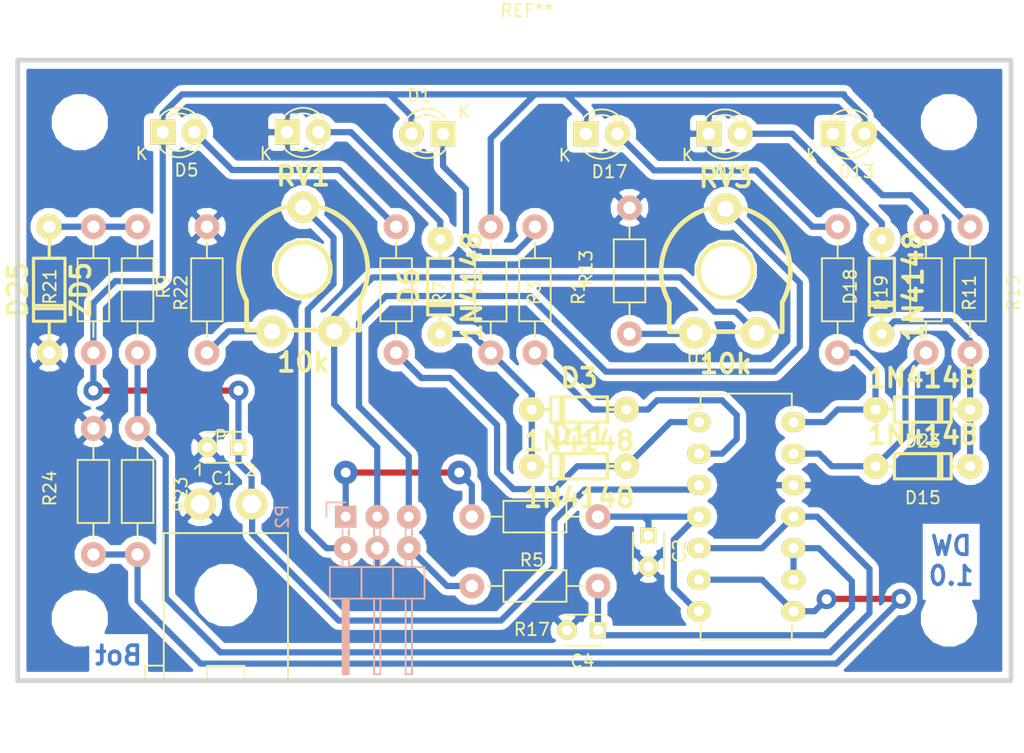
<source format=kicad_pcb>
(kicad_pcb (version 4) (host pcbnew 4.0.3-stable)

  (general
    (links 62)
    (no_connects 0)
    (area 138.7888 57.2926 221.49112 118.34426)
    (thickness 1.6)
    (drawings 2)
    (tracks 194)
    (zones 0)
    (modules 36)
    (nets 27)
  )

  (page A4)
  (layers
    (0 F.Cu signal)
    (31 B.Cu signal)
    (32 B.Adhes user)
    (33 F.Adhes user)
    (34 B.Paste user)
    (35 F.Paste user)
    (36 B.SilkS user)
    (37 F.SilkS user)
    (38 B.Mask user)
    (39 F.Mask user)
    (40 Dwgs.User user)
    (41 Cmts.User user)
    (42 Eco1.User user)
    (43 Eco2.User user)
    (44 Edge.Cuts user)
    (45 Margin user)
    (46 B.CrtYd user)
    (47 F.CrtYd user)
    (48 B.Fab user)
    (49 F.Fab user)
  )

  (setup
    (last_trace_width 0.5)
    (user_trace_width 0.5)
    (user_trace_width 1)
    (user_trace_width 2)
    (trace_clearance 0.2)
    (zone_clearance 0.508)
    (zone_45_only no)
    (trace_min 0.2)
    (segment_width 0.2)
    (edge_width 0.15)
    (via_size 0.6)
    (via_drill 0.4)
    (via_min_size 0.4)
    (via_min_drill 0.3)
    (uvia_size 0.3)
    (uvia_drill 0.1)
    (uvias_allowed no)
    (uvia_min_size 0.2)
    (uvia_min_drill 0.1)
    (pcb_text_width 0.3)
    (pcb_text_size 1.5 1.5)
    (mod_edge_width 0.15)
    (mod_text_size 1 1)
    (mod_text_width 0.15)
    (pad_size 2.5 2.5)
    (pad_drill 1.3)
    (pad_to_mask_clearance 0.2)
    (aux_axis_origin 0 0)
    (visible_elements 7FFEFFFF)
    (pcbplotparams
      (layerselection 0x00000_80000000)
      (usegerberextensions false)
      (excludeedgelayer true)
      (linewidth 0.100000)
      (plotframeref false)
      (viasonmask false)
      (mode 1)
      (useauxorigin false)
      (hpglpennumber 1)
      (hpglpenspeed 20)
      (hpglpendiameter 15)
      (hpglpenoverlay 2)
      (psnegative false)
      (psa4output false)
      (plotreference true)
      (plotvalue true)
      (plotinvisibletext false)
      (padsonsilk false)
      (subtractmaskfromsilk false)
      (outputformat 1)
      (mirror false)
      (drillshape 0)
      (scaleselection 1)
      (outputdirectory ""))
  )

  (net 0 "")
  (net 1 +12V)
  (net 2 GND)
  (net 3 "Net-(C2-Pad1)")
  (net 4 "Net-(C4-Pad1)")
  (net 5 "Net-(D1-Pad1)")
  (net 6 "Net-(D11-Pad2)")
  (net 7 "Net-(D3-Pad1)")
  (net 8 "Net-(D5-Pad2)")
  (net 9 "Net-(D6-Pad1)")
  (net 10 "Net-(D11-Pad1)")
  (net 11 "Net-(D13-Pad1)")
  (net 12 "Net-(D15-Pad2)")
  (net 13 "Net-(D15-Pad1)")
  (net 14 "Net-(D17-Pad2)")
  (net 15 "Net-(D18-Pad1)")
  (net 16 "Net-(D23-Pad1)")
  (net 17 "Net-(D25-Pad1)")
  (net 18 /BIAS_R1)
  (net 19 /UG_R1)
  (net 20 -60V)
  (net 21 /UG_R2)
  (net 22 /BIAS_R2)
  (net 23 "Net-(R9-Pad1)")
  (net 24 "Net-(R13-Pad1)")
  (net 25 REF_H)
  (net 26 REF_L)

  (net_class Default "Dies ist die voreingestellte Netzklasse."
    (clearance 0.2)
    (trace_width 0.25)
    (via_dia 0.6)
    (via_drill 0.4)
    (uvia_dia 0.3)
    (uvia_drill 0.1)
    (add_net +12V)
    (add_net -60V)
    (add_net /BIAS_R1)
    (add_net /BIAS_R2)
    (add_net /UG_R1)
    (add_net /UG_R2)
    (add_net GND)
    (add_net "Net-(C2-Pad1)")
    (add_net "Net-(C4-Pad1)")
    (add_net "Net-(D1-Pad1)")
    (add_net "Net-(D11-Pad1)")
    (add_net "Net-(D11-Pad2)")
    (add_net "Net-(D13-Pad1)")
    (add_net "Net-(D15-Pad1)")
    (add_net "Net-(D15-Pad2)")
    (add_net "Net-(D17-Pad2)")
    (add_net "Net-(D18-Pad1)")
    (add_net "Net-(D23-Pad1)")
    (add_net "Net-(D25-Pad1)")
    (add_net "Net-(D3-Pad1)")
    (add_net "Net-(D5-Pad2)")
    (add_net "Net-(D6-Pad1)")
    (add_net "Net-(R13-Pad1)")
    (add_net "Net-(R9-Pad1)")
    (add_net REF_H)
    (add_net REF_L)
  )

  (module w_pth_resistors:trimmer_piher_pt10xv10 (layer F.Cu) (tedit 57F59B2D) (tstamp 57F563E7)
    (at 163.195 79.121 180)
    (descr "trimmer, Piher PT10-xV10")
    (tags trimmer)
    (path /57F48480)
    (fp_text reference RV1 (at 0 7.5 180) (layer F.SilkS)
      (effects (font (thickness 0.3048)))
    )
    (fp_text value 10k (at 0 -7.5 180) (layer F.SilkS)
      (effects (font (thickness 0.3048)))
    )
    (fp_line (start -4.55 -4.9) (end -4.55 -2.55) (layer F.SilkS) (width 0.381))
    (fp_line (start 4.55 -2.55) (end 4.55 -4.9) (layer F.SilkS) (width 0.381))
    (fp_line (start 4.55 -4.9) (end -4.55 -4.9) (layer F.SilkS) (width 0.381))
    (fp_arc (start 0 0) (end -2.51 4.56) (angle 90) (layer F.SilkS) (width 0.381))
    (fp_arc (start 0 0) (end 2.66 4.47) (angle 90) (layer F.SilkS) (width 0.381))
    (fp_arc (start 0 0) (end 4.58 -2.47) (angle 90) (layer F.SilkS) (width 0.381))
    (fp_circle (center 0 0) (end 2.2 0) (layer F.SilkS) (width 0.381))
    (pad 1 thru_hole circle (at 2.5 -5 180) (size 2.5 2.5) (drill 1.3) (layers *.Cu *.Mask F.SilkS)
      (net 23 "Net-(R9-Pad1)"))
    (pad 2 thru_hole circle (at 0 5 180) (size 2.5 2.5) (drill 1.3) (layers *.Cu *.Mask F.SilkS)
      (net 19 /UG_R1))
    (pad 3 thru_hole circle (at -2.5 -5 180) (size 2.5 2.5) (drill 1.3) (layers *.Cu *.Mask F.SilkS)
      (net 20 -60V))
    (pad "" np_thru_hole circle (at 0 0 180) (size 4 4) (drill 4) (layers *.Cu *.Mask F.SilkS))
    (model walter/pth_resistors/trimmer_piher_pt10-lv.wrl
      (at (xyz 0 0 0))
      (scale (xyz 1 1 1))
      (rotate (xyz 0 0 0))
    )
  )

  (module Resistors_ThroughHole:Resistor_Horizontal_RM10mm (layer F.Cu) (tedit 56648415) (tstamp 57F42C82)
    (at 149.86 75.692 270)
    (descr "Resistor, Axial,  RM 10mm, 1/3W")
    (tags "Resistor Axial RM 10mm 1/3W")
    (path /57F4D551)
    (fp_text reference R22 (at 5.32892 -3.50012 270) (layer F.SilkS)
      (effects (font (size 1 1) (thickness 0.15)))
    )
    (fp_text value 10k (at 5.08 3.81 270) (layer F.Fab)
      (effects (font (size 1 1) (thickness 0.15)))
    )
    (fp_line (start -1.25 -1.5) (end 11.4 -1.5) (layer F.CrtYd) (width 0.05))
    (fp_line (start -1.25 1.5) (end -1.25 -1.5) (layer F.CrtYd) (width 0.05))
    (fp_line (start 11.4 -1.5) (end 11.4 1.5) (layer F.CrtYd) (width 0.05))
    (fp_line (start -1.25 1.5) (end 11.4 1.5) (layer F.CrtYd) (width 0.05))
    (fp_line (start 2.54 -1.27) (end 7.62 -1.27) (layer F.SilkS) (width 0.15))
    (fp_line (start 7.62 -1.27) (end 7.62 1.27) (layer F.SilkS) (width 0.15))
    (fp_line (start 7.62 1.27) (end 2.54 1.27) (layer F.SilkS) (width 0.15))
    (fp_line (start 2.54 1.27) (end 2.54 -1.27) (layer F.SilkS) (width 0.15))
    (fp_line (start 2.54 0) (end 1.27 0) (layer F.SilkS) (width 0.15))
    (fp_line (start 7.62 0) (end 8.89 0) (layer F.SilkS) (width 0.15))
    (pad 1 thru_hole circle (at 0 0 270) (size 1.99898 1.99898) (drill 1.00076) (layers *.Cu *.SilkS *.Mask)
      (net 17 "Net-(D25-Pad1)"))
    (pad 2 thru_hole circle (at 10.16 0 270) (size 1.99898 1.99898) (drill 1.00076) (layers *.Cu *.SilkS *.Mask)
      (net 25 REF_H))
    (model Resistors_ThroughHole.3dshapes/Resistor_Horizontal_RM10mm.wrl
      (at (xyz 0.2 0 0))
      (scale (xyz 0.4 0.4 0.4))
      (rotate (xyz 0 0 0))
    )
  )

  (module Capacitors_ThroughHole:C_Disc_D3_P2.5 (layer F.Cu) (tedit 57F59B0B) (tstamp 57F42B35)
    (at 157.988 93.472 180)
    (descr "Capacitor 3mm Disc, Pitch 2.5mm")
    (tags Capacitor)
    (path /57F50B90)
    (fp_text reference C1 (at 1.25 -2.5 180) (layer F.SilkS)
      (effects (font (size 1 1) (thickness 0.15)))
    )
    (fp_text value 100nF (at 1.25 2.5 180) (layer F.Fab)
      (effects (font (size 1 1) (thickness 0.15)))
    )
    (fp_line (start -0.9 -1.5) (end 3.4 -1.5) (layer F.CrtYd) (width 0.05))
    (fp_line (start 3.4 -1.5) (end 3.4 1.5) (layer F.CrtYd) (width 0.05))
    (fp_line (start 3.4 1.5) (end -0.9 1.5) (layer F.CrtYd) (width 0.05))
    (fp_line (start -0.9 1.5) (end -0.9 -1.5) (layer F.CrtYd) (width 0.05))
    (fp_line (start -0.25 -1.25) (end 2.75 -1.25) (layer F.SilkS) (width 0.15))
    (fp_line (start 2.75 1.25) (end -0.25 1.25) (layer F.SilkS) (width 0.15))
    (pad 1 thru_hole rect (at 0 0 180) (size 1.3 1.3) (drill 0.8) (layers *.Cu *.Mask F.SilkS)
      (net 1 +12V))
    (pad 2 thru_hole circle (at 2.5 0 180) (size 1.6 1.6) (drill 0.8001) (layers *.Cu *.Mask F.SilkS)
      (net 2 GND))
    (model Capacitors_ThroughHole.3dshapes/C_Disc_D3_P2.5.wrl
      (at (xyz 0.0492126 0 0))
      (scale (xyz 1 1 1))
      (rotate (xyz 0 0 0))
    )
  )

  (module Capacitors_ThroughHole:C_Disc_D3_P2.5 (layer F.Cu) (tedit 57F59A80) (tstamp 57F42B3B)
    (at 191.008 100.584 270)
    (descr "Capacitor 3mm Disc, Pitch 2.5mm")
    (tags Capacitor)
    (path /57F426C5)
    (fp_text reference C2 (at 1.25 -2.5 270) (layer F.SilkS)
      (effects (font (size 1 1) (thickness 0.15)))
    )
    (fp_text value 100nF (at 1.25 2.5 270) (layer F.Fab)
      (effects (font (size 1 1) (thickness 0.15)))
    )
    (fp_line (start -0.9 -1.5) (end 3.4 -1.5) (layer F.CrtYd) (width 0.05))
    (fp_line (start 3.4 -1.5) (end 3.4 1.5) (layer F.CrtYd) (width 0.05))
    (fp_line (start 3.4 1.5) (end -0.9 1.5) (layer F.CrtYd) (width 0.05))
    (fp_line (start -0.9 1.5) (end -0.9 -1.5) (layer F.CrtYd) (width 0.05))
    (fp_line (start -0.25 -1.25) (end 2.75 -1.25) (layer F.SilkS) (width 0.15))
    (fp_line (start 2.75 1.25) (end -0.25 1.25) (layer F.SilkS) (width 0.15))
    (pad 1 thru_hole rect (at 0 0 270) (size 1.3 1.3) (drill 0.8) (layers *.Cu *.Mask F.SilkS)
      (net 3 "Net-(C2-Pad1)"))
    (pad 2 thru_hole circle (at 2.5 0 270) (size 1.6 1.6) (drill 0.8001) (layers *.Cu *.Mask F.SilkS)
      (net 2 GND))
    (model Capacitors_ThroughHole.3dshapes/C_Disc_D3_P2.5.wrl
      (at (xyz 0.0492126 0 0))
      (scale (xyz 1 1 1))
      (rotate (xyz 0 0 0))
    )
  )

  (module Capacitors_ThroughHole:C_Disc_D3_P2.5 (layer F.Cu) (tedit 57F59B11) (tstamp 57F42B47)
    (at 186.944 108.204 180)
    (descr "Capacitor 3mm Disc, Pitch 2.5mm")
    (tags Capacitor)
    (path /57F470C0)
    (fp_text reference C4 (at 1.25 -2.5 180) (layer F.SilkS)
      (effects (font (size 1 1) (thickness 0.15)))
    )
    (fp_text value 100nF (at 1.25 2.5 180) (layer F.Fab)
      (effects (font (size 1 1) (thickness 0.15)))
    )
    (fp_line (start -0.9 -1.5) (end 3.4 -1.5) (layer F.CrtYd) (width 0.05))
    (fp_line (start 3.4 -1.5) (end 3.4 1.5) (layer F.CrtYd) (width 0.05))
    (fp_line (start 3.4 1.5) (end -0.9 1.5) (layer F.CrtYd) (width 0.05))
    (fp_line (start -0.9 1.5) (end -0.9 -1.5) (layer F.CrtYd) (width 0.05))
    (fp_line (start -0.25 -1.25) (end 2.75 -1.25) (layer F.SilkS) (width 0.15))
    (fp_line (start 2.75 1.25) (end -0.25 1.25) (layer F.SilkS) (width 0.15))
    (pad 1 thru_hole rect (at 0 0 180) (size 1.3 1.3) (drill 0.8) (layers *.Cu *.Mask F.SilkS)
      (net 4 "Net-(C4-Pad1)"))
    (pad 2 thru_hole circle (at 2.5 0 180) (size 1.6 1.6) (drill 0.8001) (layers *.Cu *.Mask F.SilkS)
      (net 2 GND))
    (model Capacitors_ThroughHole.3dshapes/C_Disc_D3_P2.5.wrl
      (at (xyz 0.0492126 0 0))
      (scale (xyz 1 1 1))
      (rotate (xyz 0 0 0))
    )
  )

  (module LEDs:LED-3MM (layer F.Cu) (tedit 559B82F6) (tstamp 57F42B53)
    (at 174.465 68.199 180)
    (descr "LED 3mm round vertical")
    (tags "LED  3mm round vertical")
    (path /57F42CB5)
    (fp_text reference D1 (at 1.91 3.06 180) (layer F.SilkS)
      (effects (font (size 1 1) (thickness 0.15)))
    )
    (fp_text value LED_ZV_R1 (at 1.3 -2.9 180) (layer F.Fab)
      (effects (font (size 1 1) (thickness 0.15)))
    )
    (fp_line (start -1.2 2.3) (end 3.8 2.3) (layer F.CrtYd) (width 0.05))
    (fp_line (start 3.8 2.3) (end 3.8 -2.2) (layer F.CrtYd) (width 0.05))
    (fp_line (start 3.8 -2.2) (end -1.2 -2.2) (layer F.CrtYd) (width 0.05))
    (fp_line (start -1.2 -2.2) (end -1.2 2.3) (layer F.CrtYd) (width 0.05))
    (fp_line (start -0.199 1.314) (end -0.199 1.114) (layer F.SilkS) (width 0.15))
    (fp_line (start -0.199 -1.28) (end -0.199 -1.1) (layer F.SilkS) (width 0.15))
    (fp_arc (start 1.301 0.034) (end -0.199 -1.286) (angle 108.5) (layer F.SilkS) (width 0.15))
    (fp_arc (start 1.301 0.034) (end 0.25 -1.1) (angle 85.7) (layer F.SilkS) (width 0.15))
    (fp_arc (start 1.311 0.034) (end 3.051 0.994) (angle 110) (layer F.SilkS) (width 0.15))
    (fp_arc (start 1.301 0.034) (end 2.335 1.094) (angle 87.5) (layer F.SilkS) (width 0.15))
    (fp_text user K (at -1.69 1.74 180) (layer F.SilkS)
      (effects (font (size 1 1) (thickness 0.15)))
    )
    (pad 1 thru_hole rect (at 0 0 270) (size 2 2) (drill 1.00076) (layers *.Cu *.Mask F.SilkS)
      (net 5 "Net-(D1-Pad1)"))
    (pad 2 thru_hole circle (at 2.54 0 180) (size 2 2) (drill 1.00076) (layers *.Cu *.Mask F.SilkS)
      (net 1 +12V))
    (model LEDs.3dshapes/LED-3MM.wrl
      (at (xyz 0.05 0 0))
      (scale (xyz 1 1 1))
      (rotate (xyz 0 0 90))
    )
  )

  (module LEDs:LED-3MM (layer F.Cu) (tedit 559B82F6) (tstamp 57F42B6B)
    (at 151.891 68.072)
    (descr "LED 3mm round vertical")
    (tags "LED  3mm round vertical")
    (path /57F43011)
    (fp_text reference D5 (at 1.91 3.06) (layer F.SilkS)
      (effects (font (size 1 1) (thickness 0.15)))
    )
    (fp_text value LED_ZW_R1 (at 1.3 -2.9) (layer F.Fab)
      (effects (font (size 1 1) (thickness 0.15)))
    )
    (fp_line (start -1.2 2.3) (end 3.8 2.3) (layer F.CrtYd) (width 0.05))
    (fp_line (start 3.8 2.3) (end 3.8 -2.2) (layer F.CrtYd) (width 0.05))
    (fp_line (start 3.8 -2.2) (end -1.2 -2.2) (layer F.CrtYd) (width 0.05))
    (fp_line (start -1.2 -2.2) (end -1.2 2.3) (layer F.CrtYd) (width 0.05))
    (fp_line (start -0.199 1.314) (end -0.199 1.114) (layer F.SilkS) (width 0.15))
    (fp_line (start -0.199 -1.28) (end -0.199 -1.1) (layer F.SilkS) (width 0.15))
    (fp_arc (start 1.301 0.034) (end -0.199 -1.286) (angle 108.5) (layer F.SilkS) (width 0.15))
    (fp_arc (start 1.301 0.034) (end 0.25 -1.1) (angle 85.7) (layer F.SilkS) (width 0.15))
    (fp_arc (start 1.311 0.034) (end 3.051 0.994) (angle 110) (layer F.SilkS) (width 0.15))
    (fp_arc (start 1.301 0.034) (end 2.335 1.094) (angle 87.5) (layer F.SilkS) (width 0.15))
    (fp_text user K (at -1.69 1.74) (layer F.SilkS)
      (effects (font (size 1 1) (thickness 0.15)))
    )
    (pad 1 thru_hole rect (at 0 0 90) (size 2 2) (drill 1.00076) (layers *.Cu *.Mask F.SilkS)
      (net 1 +12V))
    (pad 2 thru_hole circle (at 2.54 0) (size 2 2) (drill 1.00076) (layers *.Cu *.Mask F.SilkS)
      (net 8 "Net-(D5-Pad2)"))
    (model LEDs.3dshapes/LED-3MM.wrl
      (at (xyz 0.05 0 0))
      (scale (xyz 1 1 1))
      (rotate (xyz 0 0 90))
    )
  )

  (module LEDs:LED-3MM (layer F.Cu) (tedit 559B82F6) (tstamp 57F42B77)
    (at 161.892 68.072)
    (descr "LED 3mm round vertical")
    (tags "LED  3mm round vertical")
    (path /57F43CA6)
    (fp_text reference D7 (at 1.91 3.06) (layer F.SilkS)
      (effects (font (size 1 1) (thickness 0.15)))
    )
    (fp_text value LED_OK_R1 (at 1.3 -2.9) (layer F.Fab)
      (effects (font (size 1 1) (thickness 0.15)))
    )
    (fp_line (start -1.2 2.3) (end 3.8 2.3) (layer F.CrtYd) (width 0.05))
    (fp_line (start 3.8 2.3) (end 3.8 -2.2) (layer F.CrtYd) (width 0.05))
    (fp_line (start 3.8 -2.2) (end -1.2 -2.2) (layer F.CrtYd) (width 0.05))
    (fp_line (start -1.2 -2.2) (end -1.2 2.3) (layer F.CrtYd) (width 0.05))
    (fp_line (start -0.199 1.314) (end -0.199 1.114) (layer F.SilkS) (width 0.15))
    (fp_line (start -0.199 -1.28) (end -0.199 -1.1) (layer F.SilkS) (width 0.15))
    (fp_arc (start 1.301 0.034) (end -0.199 -1.286) (angle 108.5) (layer F.SilkS) (width 0.15))
    (fp_arc (start 1.301 0.034) (end 0.25 -1.1) (angle 85.7) (layer F.SilkS) (width 0.15))
    (fp_arc (start 1.311 0.034) (end 3.051 0.994) (angle 110) (layer F.SilkS) (width 0.15))
    (fp_arc (start 1.301 0.034) (end 2.335 1.094) (angle 87.5) (layer F.SilkS) (width 0.15))
    (fp_text user K (at -1.69 1.74) (layer F.SilkS)
      (effects (font (size 1 1) (thickness 0.15)))
    )
    (pad 1 thru_hole rect (at 0 0 90) (size 2 2) (drill 1.00076) (layers *.Cu *.Mask F.SilkS)
      (net 2 GND))
    (pad 2 thru_hole circle (at 2.54 0) (size 2 2) (drill 1.00076) (layers *.Cu *.Mask F.SilkS)
      (net 9 "Net-(D6-Pad1)"))
    (model LEDs.3dshapes/LED-3MM.wrl
      (at (xyz 0.05 0 0))
      (scale (xyz 1 1 1))
      (rotate (xyz 0 0 90))
    )
  )

  (module LEDs:LED-3MM (layer F.Cu) (tedit 559B82F6) (tstamp 57F42B9B)
    (at 205.868 68.199)
    (descr "LED 3mm round vertical")
    (tags "LED  3mm round vertical")
    (path /57F470DB)
    (fp_text reference D13 (at 1.91 3.06) (layer F.SilkS)
      (effects (font (size 1 1) (thickness 0.15)))
    )
    (fp_text value LED_ZV_R2 (at 1.3 -2.9) (layer F.Fab)
      (effects (font (size 1 1) (thickness 0.15)))
    )
    (fp_line (start -1.2 2.3) (end 3.8 2.3) (layer F.CrtYd) (width 0.05))
    (fp_line (start 3.8 2.3) (end 3.8 -2.2) (layer F.CrtYd) (width 0.05))
    (fp_line (start 3.8 -2.2) (end -1.2 -2.2) (layer F.CrtYd) (width 0.05))
    (fp_line (start -1.2 -2.2) (end -1.2 2.3) (layer F.CrtYd) (width 0.05))
    (fp_line (start -0.199 1.314) (end -0.199 1.114) (layer F.SilkS) (width 0.15))
    (fp_line (start -0.199 -1.28) (end -0.199 -1.1) (layer F.SilkS) (width 0.15))
    (fp_arc (start 1.301 0.034) (end -0.199 -1.286) (angle 108.5) (layer F.SilkS) (width 0.15))
    (fp_arc (start 1.301 0.034) (end 0.25 -1.1) (angle 85.7) (layer F.SilkS) (width 0.15))
    (fp_arc (start 1.311 0.034) (end 3.051 0.994) (angle 110) (layer F.SilkS) (width 0.15))
    (fp_arc (start 1.301 0.034) (end 2.335 1.094) (angle 87.5) (layer F.SilkS) (width 0.15))
    (fp_text user K (at -1.69 1.74) (layer F.SilkS)
      (effects (font (size 1 1) (thickness 0.15)))
    )
    (pad 1 thru_hole rect (at 0 0 90) (size 2 2) (drill 1.00076) (layers *.Cu *.Mask F.SilkS)
      (net 11 "Net-(D13-Pad1)"))
    (pad 2 thru_hole circle (at 2.54 0) (size 2 2) (drill 1.00076) (layers *.Cu *.Mask F.SilkS)
      (net 1 +12V))
    (model LEDs.3dshapes/LED-3MM.wrl
      (at (xyz 0.05 0 0))
      (scale (xyz 1 1 1))
      (rotate (xyz 0 0 90))
    )
  )

  (module LEDs:LED-3MM (layer F.Cu) (tedit 559B82F6) (tstamp 57F42BB3)
    (at 185.961 68.199)
    (descr "LED 3mm round vertical")
    (tags "LED  3mm round vertical")
    (path /57F470ED)
    (fp_text reference D17 (at 1.91 3.06) (layer F.SilkS)
      (effects (font (size 1 1) (thickness 0.15)))
    )
    (fp_text value LED_ZW_R2 (at 1.3 -2.9) (layer F.Fab)
      (effects (font (size 1 1) (thickness 0.15)))
    )
    (fp_line (start -1.2 2.3) (end 3.8 2.3) (layer F.CrtYd) (width 0.05))
    (fp_line (start 3.8 2.3) (end 3.8 -2.2) (layer F.CrtYd) (width 0.05))
    (fp_line (start 3.8 -2.2) (end -1.2 -2.2) (layer F.CrtYd) (width 0.05))
    (fp_line (start -1.2 -2.2) (end -1.2 2.3) (layer F.CrtYd) (width 0.05))
    (fp_line (start -0.199 1.314) (end -0.199 1.114) (layer F.SilkS) (width 0.15))
    (fp_line (start -0.199 -1.28) (end -0.199 -1.1) (layer F.SilkS) (width 0.15))
    (fp_arc (start 1.301 0.034) (end -0.199 -1.286) (angle 108.5) (layer F.SilkS) (width 0.15))
    (fp_arc (start 1.301 0.034) (end 0.25 -1.1) (angle 85.7) (layer F.SilkS) (width 0.15))
    (fp_arc (start 1.311 0.034) (end 3.051 0.994) (angle 110) (layer F.SilkS) (width 0.15))
    (fp_arc (start 1.301 0.034) (end 2.335 1.094) (angle 87.5) (layer F.SilkS) (width 0.15))
    (fp_text user K (at -1.69 1.74) (layer F.SilkS)
      (effects (font (size 1 1) (thickness 0.15)))
    )
    (pad 1 thru_hole rect (at 0 0 90) (size 2 2) (drill 1.00076) (layers *.Cu *.Mask F.SilkS)
      (net 1 +12V))
    (pad 2 thru_hole circle (at 2.54 0) (size 2 2) (drill 1.00076) (layers *.Cu *.Mask F.SilkS)
      (net 14 "Net-(D17-Pad2)"))
    (model LEDs.3dshapes/LED-3MM.wrl
      (at (xyz 0.05 0 0))
      (scale (xyz 1 1 1))
      (rotate (xyz 0 0 90))
    )
  )

  (module LEDs:LED-3MM (layer F.Cu) (tedit 559B82F6) (tstamp 57F42BBF)
    (at 195.867 68.199)
    (descr "LED 3mm round vertical")
    (tags "LED  3mm round vertical")
    (path /57F47112)
    (fp_text reference D19 (at 1.91 3.06) (layer F.SilkS)
      (effects (font (size 1 1) (thickness 0.15)))
    )
    (fp_text value LED_OK_R2 (at 1.3 -2.9) (layer F.Fab)
      (effects (font (size 1 1) (thickness 0.15)))
    )
    (fp_line (start -1.2 2.3) (end 3.8 2.3) (layer F.CrtYd) (width 0.05))
    (fp_line (start 3.8 2.3) (end 3.8 -2.2) (layer F.CrtYd) (width 0.05))
    (fp_line (start 3.8 -2.2) (end -1.2 -2.2) (layer F.CrtYd) (width 0.05))
    (fp_line (start -1.2 -2.2) (end -1.2 2.3) (layer F.CrtYd) (width 0.05))
    (fp_line (start -0.199 1.314) (end -0.199 1.114) (layer F.SilkS) (width 0.15))
    (fp_line (start -0.199 -1.28) (end -0.199 -1.1) (layer F.SilkS) (width 0.15))
    (fp_arc (start 1.301 0.034) (end -0.199 -1.286) (angle 108.5) (layer F.SilkS) (width 0.15))
    (fp_arc (start 1.301 0.034) (end 0.25 -1.1) (angle 85.7) (layer F.SilkS) (width 0.15))
    (fp_arc (start 1.311 0.034) (end 3.051 0.994) (angle 110) (layer F.SilkS) (width 0.15))
    (fp_arc (start 1.301 0.034) (end 2.335 1.094) (angle 87.5) (layer F.SilkS) (width 0.15))
    (fp_text user K (at -1.69 1.74) (layer F.SilkS)
      (effects (font (size 1 1) (thickness 0.15)))
    )
    (pad 1 thru_hole rect (at 0 0 90) (size 2 2) (drill 1.00076) (layers *.Cu *.Mask F.SilkS)
      (net 2 GND))
    (pad 2 thru_hole circle (at 2.54 0) (size 2 2) (drill 1.00076) (layers *.Cu *.Mask F.SilkS)
      (net 15 "Net-(D18-Pad1)"))
    (model LEDs.3dshapes/LED-3MM.wrl
      (at (xyz 0.05 0 0))
      (scale (xyz 1 1 1))
      (rotate (xyz 0 0 90))
    )
  )

  (module Resistors_ThroughHole:Resistor_Horizontal_RM10mm (layer F.Cu) (tedit 56648415) (tstamp 57F42C04)
    (at 181.864 75.692 270)
    (descr "Resistor, Axial,  RM 10mm, 1/3W")
    (tags "Resistor Axial RM 10mm 1/3W")
    (path /57F42C0F)
    (fp_text reference R1 (at 5.32892 -3.50012 270) (layer F.SilkS)
      (effects (font (size 1 1) (thickness 0.15)))
    )
    (fp_text value 4k7 (at 5.08 3.81 270) (layer F.Fab)
      (effects (font (size 1 1) (thickness 0.15)))
    )
    (fp_line (start -1.25 -1.5) (end 11.4 -1.5) (layer F.CrtYd) (width 0.05))
    (fp_line (start -1.25 1.5) (end -1.25 -1.5) (layer F.CrtYd) (width 0.05))
    (fp_line (start 11.4 -1.5) (end 11.4 1.5) (layer F.CrtYd) (width 0.05))
    (fp_line (start -1.25 1.5) (end 11.4 1.5) (layer F.CrtYd) (width 0.05))
    (fp_line (start 2.54 -1.27) (end 7.62 -1.27) (layer F.SilkS) (width 0.15))
    (fp_line (start 7.62 -1.27) (end 7.62 1.27) (layer F.SilkS) (width 0.15))
    (fp_line (start 7.62 1.27) (end 2.54 1.27) (layer F.SilkS) (width 0.15))
    (fp_line (start 2.54 1.27) (end 2.54 -1.27) (layer F.SilkS) (width 0.15))
    (fp_line (start 2.54 0) (end 1.27 0) (layer F.SilkS) (width 0.15))
    (fp_line (start 7.62 0) (end 8.89 0) (layer F.SilkS) (width 0.15))
    (pad 1 thru_hole circle (at 0 0 270) (size 1.99898 1.99898) (drill 1.00076) (layers *.Cu *.SilkS *.Mask)
      (net 5 "Net-(D1-Pad1)"))
    (pad 2 thru_hole circle (at 10.16 0 270) (size 1.99898 1.99898) (drill 1.00076) (layers *.Cu *.SilkS *.Mask)
      (net 7 "Net-(D3-Pad1)"))
    (model Resistors_ThroughHole.3dshapes/Resistor_Horizontal_RM10mm.wrl
      (at (xyz 0.2 0 0))
      (scale (xyz 0.4 0.4 0.4))
      (rotate (xyz 0 0 0))
    )
  )

  (module Resistors_ThroughHole:Resistor_Horizontal_RM10mm (layer F.Cu) (tedit 56648415) (tstamp 57F42C10)
    (at 178.308 75.7047 270)
    (descr "Resistor, Axial,  RM 10mm, 1/3W")
    (tags "Resistor Axial RM 10mm 1/3W")
    (path /57F43B54)
    (fp_text reference R3 (at 5.32892 -3.50012 270) (layer F.SilkS)
      (effects (font (size 1 1) (thickness 0.15)))
    )
    (fp_text value 4k7 (at 5.08 3.81 270) (layer F.Fab)
      (effects (font (size 1 1) (thickness 0.15)))
    )
    (fp_line (start -1.25 -1.5) (end 11.4 -1.5) (layer F.CrtYd) (width 0.05))
    (fp_line (start -1.25 1.5) (end -1.25 -1.5) (layer F.CrtYd) (width 0.05))
    (fp_line (start 11.4 -1.5) (end 11.4 1.5) (layer F.CrtYd) (width 0.05))
    (fp_line (start -1.25 1.5) (end 11.4 1.5) (layer F.CrtYd) (width 0.05))
    (fp_line (start 2.54 -1.27) (end 7.62 -1.27) (layer F.SilkS) (width 0.15))
    (fp_line (start 7.62 -1.27) (end 7.62 1.27) (layer F.SilkS) (width 0.15))
    (fp_line (start 7.62 1.27) (end 2.54 1.27) (layer F.SilkS) (width 0.15))
    (fp_line (start 2.54 1.27) (end 2.54 -1.27) (layer F.SilkS) (width 0.15))
    (fp_line (start 2.54 0) (end 1.27 0) (layer F.SilkS) (width 0.15))
    (fp_line (start 7.62 0) (end 8.89 0) (layer F.SilkS) (width 0.15))
    (pad 1 thru_hole circle (at 0 0 270) (size 1.99898 1.99898) (drill 1.00076) (layers *.Cu *.SilkS *.Mask)
      (net 1 +12V))
    (pad 2 thru_hole circle (at 10.16 0 270) (size 1.99898 1.99898) (drill 1.00076) (layers *.Cu *.SilkS *.Mask)
      (net 6 "Net-(D11-Pad2)"))
    (model Resistors_ThroughHole.3dshapes/Resistor_Horizontal_RM10mm.wrl
      (at (xyz 0.2 0 0))
      (scale (xyz 0.4 0.4 0.4))
      (rotate (xyz 0 0 0))
    )
  )

  (module Resistors_ThroughHole:Resistor_Horizontal_RM10mm (layer F.Cu) (tedit 56648415) (tstamp 57F42C1C)
    (at 186.944 99.06 180)
    (descr "Resistor, Axial,  RM 10mm, 1/3W")
    (tags "Resistor Axial RM 10mm 1/3W")
    (path /57F424E8)
    (fp_text reference R5 (at 5.32892 -3.50012 180) (layer F.SilkS)
      (effects (font (size 1 1) (thickness 0.15)))
    )
    (fp_text value 1M (at 5.08 3.81 180) (layer F.Fab)
      (effects (font (size 1 1) (thickness 0.15)))
    )
    (fp_line (start -1.25 -1.5) (end 11.4 -1.5) (layer F.CrtYd) (width 0.05))
    (fp_line (start -1.25 1.5) (end -1.25 -1.5) (layer F.CrtYd) (width 0.05))
    (fp_line (start 11.4 -1.5) (end 11.4 1.5) (layer F.CrtYd) (width 0.05))
    (fp_line (start -1.25 1.5) (end 11.4 1.5) (layer F.CrtYd) (width 0.05))
    (fp_line (start 2.54 -1.27) (end 7.62 -1.27) (layer F.SilkS) (width 0.15))
    (fp_line (start 7.62 -1.27) (end 7.62 1.27) (layer F.SilkS) (width 0.15))
    (fp_line (start 7.62 1.27) (end 2.54 1.27) (layer F.SilkS) (width 0.15))
    (fp_line (start 2.54 1.27) (end 2.54 -1.27) (layer F.SilkS) (width 0.15))
    (fp_line (start 2.54 0) (end 1.27 0) (layer F.SilkS) (width 0.15))
    (fp_line (start 7.62 0) (end 8.89 0) (layer F.SilkS) (width 0.15))
    (pad 1 thru_hole circle (at 0 0 180) (size 1.99898 1.99898) (drill 1.00076) (layers *.Cu *.SilkS *.Mask)
      (net 3 "Net-(C2-Pad1)"))
    (pad 2 thru_hole circle (at 10.16 0 180) (size 1.99898 1.99898) (drill 1.00076) (layers *.Cu *.SilkS *.Mask)
      (net 18 /BIAS_R1))
    (model Resistors_ThroughHole.3dshapes/Resistor_Horizontal_RM10mm.wrl
      (at (xyz 0.2 0 0))
      (scale (xyz 0.4 0.4 0.4))
      (rotate (xyz 0 0 0))
    )
  )

  (module Resistors_ThroughHole:Resistor_Horizontal_RM10mm (layer F.Cu) (tedit 56648415) (tstamp 57F42C28)
    (at 170.688 75.692 270)
    (descr "Resistor, Axial,  RM 10mm, 1/3W")
    (tags "Resistor Axial RM 10mm 1/3W")
    (path /57F42FAC)
    (fp_text reference R7 (at 5.32892 -3.50012 270) (layer F.SilkS)
      (effects (font (size 1 1) (thickness 0.15)))
    )
    (fp_text value 4k7 (at 5.08 3.81 270) (layer F.Fab)
      (effects (font (size 1 1) (thickness 0.15)))
    )
    (fp_line (start -1.25 -1.5) (end 11.4 -1.5) (layer F.CrtYd) (width 0.05))
    (fp_line (start -1.25 1.5) (end -1.25 -1.5) (layer F.CrtYd) (width 0.05))
    (fp_line (start 11.4 -1.5) (end 11.4 1.5) (layer F.CrtYd) (width 0.05))
    (fp_line (start -1.25 1.5) (end 11.4 1.5) (layer F.CrtYd) (width 0.05))
    (fp_line (start 2.54 -1.27) (end 7.62 -1.27) (layer F.SilkS) (width 0.15))
    (fp_line (start 7.62 -1.27) (end 7.62 1.27) (layer F.SilkS) (width 0.15))
    (fp_line (start 7.62 1.27) (end 2.54 1.27) (layer F.SilkS) (width 0.15))
    (fp_line (start 2.54 1.27) (end 2.54 -1.27) (layer F.SilkS) (width 0.15))
    (fp_line (start 2.54 0) (end 1.27 0) (layer F.SilkS) (width 0.15))
    (fp_line (start 7.62 0) (end 8.89 0) (layer F.SilkS) (width 0.15))
    (pad 1 thru_hole circle (at 0 0 270) (size 1.99898 1.99898) (drill 1.00076) (layers *.Cu *.SilkS *.Mask)
      (net 8 "Net-(D5-Pad2)"))
    (pad 2 thru_hole circle (at 10.16 0 270) (size 1.99898 1.99898) (drill 1.00076) (layers *.Cu *.SilkS *.Mask)
      (net 10 "Net-(D11-Pad1)"))
    (model Resistors_ThroughHole.3dshapes/Resistor_Horizontal_RM10mm.wrl
      (at (xyz 0.2 0 0))
      (scale (xyz 0.4 0.4 0.4))
      (rotate (xyz 0 0 0))
    )
  )

  (module Resistors_ThroughHole:Resistor_Horizontal_RM10mm (layer F.Cu) (tedit 56648415) (tstamp 57F42C34)
    (at 155.448 85.852 90)
    (descr "Resistor, Axial,  RM 10mm, 1/3W")
    (tags "Resistor Axial RM 10mm 1/3W")
    (path /57F48E3B)
    (fp_text reference R9 (at 5.32892 -3.50012 90) (layer F.SilkS)
      (effects (font (size 1 1) (thickness 0.15)))
    )
    (fp_text value 10k (at 5.08 3.81 90) (layer F.Fab)
      (effects (font (size 1 1) (thickness 0.15)))
    )
    (fp_line (start -1.25 -1.5) (end 11.4 -1.5) (layer F.CrtYd) (width 0.05))
    (fp_line (start -1.25 1.5) (end -1.25 -1.5) (layer F.CrtYd) (width 0.05))
    (fp_line (start 11.4 -1.5) (end 11.4 1.5) (layer F.CrtYd) (width 0.05))
    (fp_line (start -1.25 1.5) (end 11.4 1.5) (layer F.CrtYd) (width 0.05))
    (fp_line (start 2.54 -1.27) (end 7.62 -1.27) (layer F.SilkS) (width 0.15))
    (fp_line (start 7.62 -1.27) (end 7.62 1.27) (layer F.SilkS) (width 0.15))
    (fp_line (start 7.62 1.27) (end 2.54 1.27) (layer F.SilkS) (width 0.15))
    (fp_line (start 2.54 1.27) (end 2.54 -1.27) (layer F.SilkS) (width 0.15))
    (fp_line (start 2.54 0) (end 1.27 0) (layer F.SilkS) (width 0.15))
    (fp_line (start 7.62 0) (end 8.89 0) (layer F.SilkS) (width 0.15))
    (pad 1 thru_hole circle (at 0 0 90) (size 1.99898 1.99898) (drill 1.00076) (layers *.Cu *.SilkS *.Mask)
      (net 23 "Net-(R9-Pad1)"))
    (pad 2 thru_hole circle (at 10.16 0 90) (size 1.99898 1.99898) (drill 1.00076) (layers *.Cu *.SilkS *.Mask)
      (net 2 GND))
    (model Resistors_ThroughHole.3dshapes/Resistor_Horizontal_RM10mm.wrl
      (at (xyz 0.2 0 0))
      (scale (xyz 0.4 0.4 0.4))
      (rotate (xyz 0 0 0))
    )
  )

  (module Resistors_ThroughHole:Resistor_Horizontal_RM10mm (layer F.Cu) (tedit 56648415) (tstamp 57F42C40)
    (at 213.36 75.692 270)
    (descr "Resistor, Axial,  RM 10mm, 1/3W")
    (tags "Resistor Axial RM 10mm 1/3W")
    (path /57F470D5)
    (fp_text reference R11 (at 5.32892 -3.50012 270) (layer F.SilkS)
      (effects (font (size 1 1) (thickness 0.15)))
    )
    (fp_text value 4k7 (at 5.08 3.81 270) (layer F.Fab)
      (effects (font (size 1 1) (thickness 0.15)))
    )
    (fp_line (start -1.25 -1.5) (end 11.4 -1.5) (layer F.CrtYd) (width 0.05))
    (fp_line (start -1.25 1.5) (end -1.25 -1.5) (layer F.CrtYd) (width 0.05))
    (fp_line (start 11.4 -1.5) (end 11.4 1.5) (layer F.CrtYd) (width 0.05))
    (fp_line (start -1.25 1.5) (end 11.4 1.5) (layer F.CrtYd) (width 0.05))
    (fp_line (start 2.54 -1.27) (end 7.62 -1.27) (layer F.SilkS) (width 0.15))
    (fp_line (start 7.62 -1.27) (end 7.62 1.27) (layer F.SilkS) (width 0.15))
    (fp_line (start 7.62 1.27) (end 2.54 1.27) (layer F.SilkS) (width 0.15))
    (fp_line (start 2.54 1.27) (end 2.54 -1.27) (layer F.SilkS) (width 0.15))
    (fp_line (start 2.54 0) (end 1.27 0) (layer F.SilkS) (width 0.15))
    (fp_line (start 7.62 0) (end 8.89 0) (layer F.SilkS) (width 0.15))
    (pad 1 thru_hole circle (at 0 0 270) (size 1.99898 1.99898) (drill 1.00076) (layers *.Cu *.SilkS *.Mask)
      (net 11 "Net-(D13-Pad1)"))
    (pad 2 thru_hole circle (at 10.16 0 270) (size 1.99898 1.99898) (drill 1.00076) (layers *.Cu *.SilkS *.Mask)
      (net 13 "Net-(D15-Pad1)"))
    (model Resistors_ThroughHole.3dshapes/Resistor_Horizontal_RM10mm.wrl
      (at (xyz 0.2 0 0))
      (scale (xyz 0.4 0.4 0.4))
      (rotate (xyz 0 0 0))
    )
  )

  (module Resistors_ThroughHole:Resistor_Horizontal_RM10mm (layer F.Cu) (tedit 56648415) (tstamp 57F42C4C)
    (at 189.484 84.328 90)
    (descr "Resistor, Axial,  RM 10mm, 1/3W")
    (tags "Resistor Axial RM 10mm 1/3W")
    (path /57F4A03C)
    (fp_text reference R13 (at 5.32892 -3.50012 90) (layer F.SilkS)
      (effects (font (size 1 1) (thickness 0.15)))
    )
    (fp_text value 10k (at 5.08 3.81 90) (layer F.Fab)
      (effects (font (size 1 1) (thickness 0.15)))
    )
    (fp_line (start -1.25 -1.5) (end 11.4 -1.5) (layer F.CrtYd) (width 0.05))
    (fp_line (start -1.25 1.5) (end -1.25 -1.5) (layer F.CrtYd) (width 0.05))
    (fp_line (start 11.4 -1.5) (end 11.4 1.5) (layer F.CrtYd) (width 0.05))
    (fp_line (start -1.25 1.5) (end 11.4 1.5) (layer F.CrtYd) (width 0.05))
    (fp_line (start 2.54 -1.27) (end 7.62 -1.27) (layer F.SilkS) (width 0.15))
    (fp_line (start 7.62 -1.27) (end 7.62 1.27) (layer F.SilkS) (width 0.15))
    (fp_line (start 7.62 1.27) (end 2.54 1.27) (layer F.SilkS) (width 0.15))
    (fp_line (start 2.54 1.27) (end 2.54 -1.27) (layer F.SilkS) (width 0.15))
    (fp_line (start 2.54 0) (end 1.27 0) (layer F.SilkS) (width 0.15))
    (fp_line (start 7.62 0) (end 8.89 0) (layer F.SilkS) (width 0.15))
    (pad 1 thru_hole circle (at 0 0 90) (size 1.99898 1.99898) (drill 1.00076) (layers *.Cu *.SilkS *.Mask)
      (net 24 "Net-(R13-Pad1)"))
    (pad 2 thru_hole circle (at 10.16 0 90) (size 1.99898 1.99898) (drill 1.00076) (layers *.Cu *.SilkS *.Mask)
      (net 2 GND))
    (model Resistors_ThroughHole.3dshapes/Resistor_Horizontal_RM10mm.wrl
      (at (xyz 0.2 0 0))
      (scale (xyz 0.4 0.4 0.4))
      (rotate (xyz 0 0 0))
    )
  )

  (module Resistors_ThroughHole:Resistor_Horizontal_RM10mm (layer F.Cu) (tedit 56648415) (tstamp 57F42C58)
    (at 216.916 75.692 270)
    (descr "Resistor, Axial,  RM 10mm, 1/3W")
    (tags "Resistor Axial RM 10mm 1/3W")
    (path /57F4710C)
    (fp_text reference R15 (at 5.32892 -3.50012 270) (layer F.SilkS)
      (effects (font (size 1 1) (thickness 0.15)))
    )
    (fp_text value 4k7 (at 5.08 3.81 270) (layer F.Fab)
      (effects (font (size 1 1) (thickness 0.15)))
    )
    (fp_line (start -1.25 -1.5) (end 11.4 -1.5) (layer F.CrtYd) (width 0.05))
    (fp_line (start -1.25 1.5) (end -1.25 -1.5) (layer F.CrtYd) (width 0.05))
    (fp_line (start 11.4 -1.5) (end 11.4 1.5) (layer F.CrtYd) (width 0.05))
    (fp_line (start -1.25 1.5) (end 11.4 1.5) (layer F.CrtYd) (width 0.05))
    (fp_line (start 2.54 -1.27) (end 7.62 -1.27) (layer F.SilkS) (width 0.15))
    (fp_line (start 7.62 -1.27) (end 7.62 1.27) (layer F.SilkS) (width 0.15))
    (fp_line (start 7.62 1.27) (end 2.54 1.27) (layer F.SilkS) (width 0.15))
    (fp_line (start 2.54 1.27) (end 2.54 -1.27) (layer F.SilkS) (width 0.15))
    (fp_line (start 2.54 0) (end 1.27 0) (layer F.SilkS) (width 0.15))
    (fp_line (start 7.62 0) (end 8.89 0) (layer F.SilkS) (width 0.15))
    (pad 1 thru_hole circle (at 0 0 270) (size 1.99898 1.99898) (drill 1.00076) (layers *.Cu *.SilkS *.Mask)
      (net 1 +12V))
    (pad 2 thru_hole circle (at 10.16 0 270) (size 1.99898 1.99898) (drill 1.00076) (layers *.Cu *.SilkS *.Mask)
      (net 12 "Net-(D15-Pad2)"))
    (model Resistors_ThroughHole.3dshapes/Resistor_Horizontal_RM10mm.wrl
      (at (xyz 0.2 0 0))
      (scale (xyz 0.4 0.4 0.4))
      (rotate (xyz 0 0 0))
    )
  )

  (module Resistors_ThroughHole:Resistor_Horizontal_RM10mm (layer F.Cu) (tedit 56648415) (tstamp 57F42C64)
    (at 186.944 104.648 180)
    (descr "Resistor, Axial,  RM 10mm, 1/3W")
    (tags "Resistor Axial RM 10mm 1/3W")
    (path /57F470BA)
    (fp_text reference R17 (at 5.32892 -3.50012 180) (layer F.SilkS)
      (effects (font (size 1 1) (thickness 0.15)))
    )
    (fp_text value 1M (at 5.08 3.81 180) (layer F.Fab)
      (effects (font (size 1 1) (thickness 0.15)))
    )
    (fp_line (start -1.25 -1.5) (end 11.4 -1.5) (layer F.CrtYd) (width 0.05))
    (fp_line (start -1.25 1.5) (end -1.25 -1.5) (layer F.CrtYd) (width 0.05))
    (fp_line (start 11.4 -1.5) (end 11.4 1.5) (layer F.CrtYd) (width 0.05))
    (fp_line (start -1.25 1.5) (end 11.4 1.5) (layer F.CrtYd) (width 0.05))
    (fp_line (start 2.54 -1.27) (end 7.62 -1.27) (layer F.SilkS) (width 0.15))
    (fp_line (start 7.62 -1.27) (end 7.62 1.27) (layer F.SilkS) (width 0.15))
    (fp_line (start 7.62 1.27) (end 2.54 1.27) (layer F.SilkS) (width 0.15))
    (fp_line (start 2.54 1.27) (end 2.54 -1.27) (layer F.SilkS) (width 0.15))
    (fp_line (start 2.54 0) (end 1.27 0) (layer F.SilkS) (width 0.15))
    (fp_line (start 7.62 0) (end 8.89 0) (layer F.SilkS) (width 0.15))
    (pad 1 thru_hole circle (at 0 0 180) (size 1.99898 1.99898) (drill 1.00076) (layers *.Cu *.SilkS *.Mask)
      (net 4 "Net-(C4-Pad1)"))
    (pad 2 thru_hole circle (at 10.16 0 180) (size 1.99898 1.99898) (drill 1.00076) (layers *.Cu *.SilkS *.Mask)
      (net 22 /BIAS_R2))
    (model Resistors_ThroughHole.3dshapes/Resistor_Horizontal_RM10mm.wrl
      (at (xyz 0.2 0 0))
      (scale (xyz 0.4 0.4 0.4))
      (rotate (xyz 0 0 0))
    )
  )

  (module Resistors_ThroughHole:Resistor_Horizontal_RM10mm (layer F.Cu) (tedit 56648415) (tstamp 57F42C70)
    (at 206.248 75.692 270)
    (descr "Resistor, Axial,  RM 10mm, 1/3W")
    (tags "Resistor Axial RM 10mm 1/3W")
    (path /57F470E7)
    (fp_text reference R19 (at 5.32892 -3.50012 270) (layer F.SilkS)
      (effects (font (size 1 1) (thickness 0.15)))
    )
    (fp_text value 4k7 (at 5.08 3.81 270) (layer F.Fab)
      (effects (font (size 1 1) (thickness 0.15)))
    )
    (fp_line (start -1.25 -1.5) (end 11.4 -1.5) (layer F.CrtYd) (width 0.05))
    (fp_line (start -1.25 1.5) (end -1.25 -1.5) (layer F.CrtYd) (width 0.05))
    (fp_line (start 11.4 -1.5) (end 11.4 1.5) (layer F.CrtYd) (width 0.05))
    (fp_line (start -1.25 1.5) (end 11.4 1.5) (layer F.CrtYd) (width 0.05))
    (fp_line (start 2.54 -1.27) (end 7.62 -1.27) (layer F.SilkS) (width 0.15))
    (fp_line (start 7.62 -1.27) (end 7.62 1.27) (layer F.SilkS) (width 0.15))
    (fp_line (start 7.62 1.27) (end 2.54 1.27) (layer F.SilkS) (width 0.15))
    (fp_line (start 2.54 1.27) (end 2.54 -1.27) (layer F.SilkS) (width 0.15))
    (fp_line (start 2.54 0) (end 1.27 0) (layer F.SilkS) (width 0.15))
    (fp_line (start 7.62 0) (end 8.89 0) (layer F.SilkS) (width 0.15))
    (pad 1 thru_hole circle (at 0 0 270) (size 1.99898 1.99898) (drill 1.00076) (layers *.Cu *.SilkS *.Mask)
      (net 14 "Net-(D17-Pad2)"))
    (pad 2 thru_hole circle (at 10.16 0 270) (size 1.99898 1.99898) (drill 1.00076) (layers *.Cu *.SilkS *.Mask)
      (net 16 "Net-(D23-Pad1)"))
    (model Resistors_ThroughHole.3dshapes/Resistor_Horizontal_RM10mm.wrl
      (at (xyz 0.2 0 0))
      (scale (xyz 0.4 0.4 0.4))
      (rotate (xyz 0 0 0))
    )
  )

  (module Resistors_ThroughHole:Resistor_Horizontal_RM10mm (layer F.Cu) (tedit 56648415) (tstamp 57F42C7C)
    (at 146.304 85.852 90)
    (descr "Resistor, Axial,  RM 10mm, 1/3W")
    (tags "Resistor Axial RM 10mm 1/3W")
    (path /57F4D1B0)
    (fp_text reference R21 (at 5.32892 -3.50012 90) (layer F.SilkS)
      (effects (font (size 1 1) (thickness 0.15)))
    )
    (fp_text value 6k8 (at 5.08 3.81 90) (layer F.Fab)
      (effects (font (size 1 1) (thickness 0.15)))
    )
    (fp_line (start -1.25 -1.5) (end 11.4 -1.5) (layer F.CrtYd) (width 0.05))
    (fp_line (start -1.25 1.5) (end -1.25 -1.5) (layer F.CrtYd) (width 0.05))
    (fp_line (start 11.4 -1.5) (end 11.4 1.5) (layer F.CrtYd) (width 0.05))
    (fp_line (start -1.25 1.5) (end 11.4 1.5) (layer F.CrtYd) (width 0.05))
    (fp_line (start 2.54 -1.27) (end 7.62 -1.27) (layer F.SilkS) (width 0.15))
    (fp_line (start 7.62 -1.27) (end 7.62 1.27) (layer F.SilkS) (width 0.15))
    (fp_line (start 7.62 1.27) (end 2.54 1.27) (layer F.SilkS) (width 0.15))
    (fp_line (start 2.54 1.27) (end 2.54 -1.27) (layer F.SilkS) (width 0.15))
    (fp_line (start 2.54 0) (end 1.27 0) (layer F.SilkS) (width 0.15))
    (fp_line (start 7.62 0) (end 8.89 0) (layer F.SilkS) (width 0.15))
    (pad 1 thru_hole circle (at 0 0 90) (size 1.99898 1.99898) (drill 1.00076) (layers *.Cu *.SilkS *.Mask)
      (net 1 +12V))
    (pad 2 thru_hole circle (at 10.16 0 90) (size 1.99898 1.99898) (drill 1.00076) (layers *.Cu *.SilkS *.Mask)
      (net 17 "Net-(D25-Pad1)"))
    (model Resistors_ThroughHole.3dshapes/Resistor_Horizontal_RM10mm.wrl
      (at (xyz 0.2 0 0))
      (scale (xyz 0.4 0.4 0.4))
      (rotate (xyz 0 0 0))
    )
  )

  (module Resistors_ThroughHole:Resistor_Horizontal_RM10mm (layer F.Cu) (tedit 56648415) (tstamp 57F42C88)
    (at 149.86 91.948 270)
    (descr "Resistor, Axial,  RM 10mm, 1/3W")
    (tags "Resistor Axial RM 10mm 1/3W")
    (path /57F4D608)
    (fp_text reference R23 (at 5.32892 -3.50012 270) (layer F.SilkS)
      (effects (font (size 1 1) (thickness 0.15)))
    )
    (fp_text value 60R4 (at 5.08 3.81 270) (layer F.Fab)
      (effects (font (size 1 1) (thickness 0.15)))
    )
    (fp_line (start -1.25 -1.5) (end 11.4 -1.5) (layer F.CrtYd) (width 0.05))
    (fp_line (start -1.25 1.5) (end -1.25 -1.5) (layer F.CrtYd) (width 0.05))
    (fp_line (start 11.4 -1.5) (end 11.4 1.5) (layer F.CrtYd) (width 0.05))
    (fp_line (start -1.25 1.5) (end 11.4 1.5) (layer F.CrtYd) (width 0.05))
    (fp_line (start 2.54 -1.27) (end 7.62 -1.27) (layer F.SilkS) (width 0.15))
    (fp_line (start 7.62 -1.27) (end 7.62 1.27) (layer F.SilkS) (width 0.15))
    (fp_line (start 7.62 1.27) (end 2.54 1.27) (layer F.SilkS) (width 0.15))
    (fp_line (start 2.54 1.27) (end 2.54 -1.27) (layer F.SilkS) (width 0.15))
    (fp_line (start 2.54 0) (end 1.27 0) (layer F.SilkS) (width 0.15))
    (fp_line (start 7.62 0) (end 8.89 0) (layer F.SilkS) (width 0.15))
    (pad 1 thru_hole circle (at 0 0 270) (size 1.99898 1.99898) (drill 1.00076) (layers *.Cu *.SilkS *.Mask)
      (net 25 REF_H))
    (pad 2 thru_hole circle (at 10.16 0 270) (size 1.99898 1.99898) (drill 1.00076) (layers *.Cu *.SilkS *.Mask)
      (net 26 REF_L))
    (model Resistors_ThroughHole.3dshapes/Resistor_Horizontal_RM10mm.wrl
      (at (xyz 0.2 0 0))
      (scale (xyz 0.4 0.4 0.4))
      (rotate (xyz 0 0 0))
    )
  )

  (module Resistors_ThroughHole:Resistor_Horizontal_RM10mm (layer F.Cu) (tedit 56648415) (tstamp 57F42C8E)
    (at 146.304 102.108 90)
    (descr "Resistor, Axial,  RM 10mm, 1/3W")
    (tags "Resistor Axial RM 10mm 1/3W")
    (path /57F4D6AE)
    (fp_text reference R24 (at 5.32892 -3.50012 90) (layer F.SilkS)
      (effects (font (size 1 1) (thickness 0.15)))
    )
    (fp_text value 562R (at 5.08 3.81 90) (layer F.Fab)
      (effects (font (size 1 1) (thickness 0.15)))
    )
    (fp_line (start -1.25 -1.5) (end 11.4 -1.5) (layer F.CrtYd) (width 0.05))
    (fp_line (start -1.25 1.5) (end -1.25 -1.5) (layer F.CrtYd) (width 0.05))
    (fp_line (start 11.4 -1.5) (end 11.4 1.5) (layer F.CrtYd) (width 0.05))
    (fp_line (start -1.25 1.5) (end 11.4 1.5) (layer F.CrtYd) (width 0.05))
    (fp_line (start 2.54 -1.27) (end 7.62 -1.27) (layer F.SilkS) (width 0.15))
    (fp_line (start 7.62 -1.27) (end 7.62 1.27) (layer F.SilkS) (width 0.15))
    (fp_line (start 7.62 1.27) (end 2.54 1.27) (layer F.SilkS) (width 0.15))
    (fp_line (start 2.54 1.27) (end 2.54 -1.27) (layer F.SilkS) (width 0.15))
    (fp_line (start 2.54 0) (end 1.27 0) (layer F.SilkS) (width 0.15))
    (fp_line (start 7.62 0) (end 8.89 0) (layer F.SilkS) (width 0.15))
    (pad 1 thru_hole circle (at 0 0 90) (size 1.99898 1.99898) (drill 1.00076) (layers *.Cu *.SilkS *.Mask)
      (net 26 REF_L))
    (pad 2 thru_hole circle (at 10.16 0 90) (size 1.99898 1.99898) (drill 1.00076) (layers *.Cu *.SilkS *.Mask)
      (net 2 GND))
    (model Resistors_ThroughHole.3dshapes/Resistor_Horizontal_RM10mm.wrl
      (at (xyz 0.2 0 0))
      (scale (xyz 0.4 0.4 0.4))
      (rotate (xyz 0 0 0))
    )
  )

  (module Housings_DIP:DIP-14_W7.62mm (layer F.Cu) (tedit 57F59AFF) (tstamp 57F42CBC)
    (at 195.072 91.44)
    (descr "14-lead dip package, row spacing 7.62 mm (300 mils)")
    (tags "dil dip 2.54 300")
    (path /57F41D7A)
    (fp_text reference U1 (at 0 -5.22) (layer F.SilkS)
      (effects (font (size 1 1) (thickness 0.15)))
    )
    (fp_text value LM339 (at 0 -3.72) (layer F.Fab)
      (effects (font (size 1 1) (thickness 0.15)))
    )
    (fp_line (start -1.05 -2.45) (end -1.05 17.7) (layer F.CrtYd) (width 0.05))
    (fp_line (start 8.65 -2.45) (end 8.65 17.7) (layer F.CrtYd) (width 0.05))
    (fp_line (start -1.05 -2.45) (end 8.65 -2.45) (layer F.CrtYd) (width 0.05))
    (fp_line (start -1.05 17.7) (end 8.65 17.7) (layer F.CrtYd) (width 0.05))
    (fp_line (start 0.135 -2.295) (end 0.135 -1.025) (layer F.SilkS) (width 0.15))
    (fp_line (start 7.485 -2.295) (end 7.485 -1.025) (layer F.SilkS) (width 0.15))
    (fp_line (start 7.485 17.535) (end 7.485 16.265) (layer F.SilkS) (width 0.15))
    (fp_line (start 0.135 17.535) (end 0.135 16.265) (layer F.SilkS) (width 0.15))
    (fp_line (start 0.135 -2.295) (end 7.485 -2.295) (layer F.SilkS) (width 0.15))
    (fp_line (start 0.135 17.535) (end 7.485 17.535) (layer F.SilkS) (width 0.15))
    (fp_line (start 0.135 -1.025) (end -0.8 -1.025) (layer F.SilkS) (width 0.15))
    (pad 1 thru_hole oval (at 0 0) (size 1.9 1.6) (drill 0.8) (layers *.Cu *.Mask F.SilkS)
      (net 10 "Net-(D11-Pad1)"))
    (pad 2 thru_hole oval (at 0 2.54) (size 1.9 1.6) (drill 0.8) (layers *.Cu *.Mask F.SilkS)
      (net 7 "Net-(D3-Pad1)"))
    (pad 3 thru_hole oval (at 0 5.08) (size 1.9 1.6) (drill 0.8) (layers *.Cu *.Mask F.SilkS)
      (net 1 +12V))
    (pad 4 thru_hole oval (at 0 7.62) (size 1.9 1.6) (drill 0.8) (layers *.Cu *.Mask F.SilkS)
      (net 3 "Net-(C2-Pad1)"))
    (pad 5 thru_hole oval (at 0 10.16) (size 1.9 1.6) (drill 0.8) (layers *.Cu *.Mask F.SilkS)
      (net 25 REF_H))
    (pad 6 thru_hole oval (at 0 12.7) (size 1.9 1.6) (drill 0.8) (layers *.Cu *.Mask F.SilkS)
      (net 26 REF_L))
    (pad 7 thru_hole oval (at 0 15.24) (size 1.9 1.6) (drill 0.8) (layers *.Cu *.Mask F.SilkS)
      (net 3 "Net-(C2-Pad1)"))
    (pad 8 thru_hole oval (at 7.62 15.24) (size 1.9 1.6) (drill 0.8) (layers *.Cu *.Mask F.SilkS)
      (net 26 REF_L))
    (pad 9 thru_hole oval (at 7.62 12.7) (size 1.9 1.6) (drill 0.8) (layers *.Cu *.Mask F.SilkS)
      (net 4 "Net-(C4-Pad1)"))
    (pad 10 thru_hole oval (at 7.62 10.16) (size 1.9 1.6) (drill 0.8) (layers *.Cu *.Mask F.SilkS)
      (net 4 "Net-(C4-Pad1)"))
    (pad 11 thru_hole oval (at 7.62 7.62) (size 1.9 1.6) (drill 0.8) (layers *.Cu *.Mask F.SilkS)
      (net 25 REF_H))
    (pad 12 thru_hole oval (at 7.62 5.08) (size 1.9 1.6) (drill 0.8) (layers *.Cu *.Mask F.SilkS)
      (net 2 GND))
    (pad 13 thru_hole oval (at 7.62 2.54) (size 1.9 1.6) (drill 0.8) (layers *.Cu *.Mask F.SilkS)
      (net 13 "Net-(D15-Pad1)"))
    (pad 14 thru_hole oval (at 7.62 0) (size 1.9 1.6) (drill 0.8) (layers *.Cu *.Mask F.SilkS)
      (net 16 "Net-(D23-Pad1)"))
    (model Housings_DIP.3dshapes/DIP-14_W7.62mm.wrl
      (at (xyz 0 0 0))
      (scale (xyz 1 1 1))
      (rotate (xyz 0 0 0))
    )
  )

  (module Sockets_Mini-Universal:MiniUniversalMate-N-LokSocket_2PinHorizontal (layer F.Cu) (tedit 0) (tstamp 57F43ADC)
    (at 156.972 98.044)
    (descr "Mini Universal Mate-N-Lok Socket, 2 Pin, Horizontal,")
    (tags "Mini Universal Mate-N-Lok Socket, 2 Pin, Horizontal,")
    (path /57F41B51)
    (fp_text reference P1 (at 0.07112 -5.43052) (layer F.SilkS)
      (effects (font (size 1 1) (thickness 0.15)))
    )
    (fp_text value CONN_12V (at -0.16002 17.84096) (layer F.Fab)
      (effects (font (size 1 1) (thickness 0.15)))
    )
    (fp_line (start -5.00126 14.20114) (end -6.49986 14.20114) (layer F.SilkS) (width 0.15))
    (fp_line (start -6.49986 14.20114) (end -6.49986 13.02004) (layer F.SilkS) (width 0.15))
    (fp_line (start -6.49986 13.02004) (end -5.00126 13.02004) (layer F.SilkS) (width 0.15))
    (fp_line (start 1.50114 14.20114) (end 1.50114 13.04036) (layer F.SilkS) (width 0.15))
    (fp_line (start 1.50114 13.04036) (end -1.50114 13.04036) (layer F.SilkS) (width 0.15))
    (fp_line (start -1.50114 13.04036) (end -1.50114 14.20114) (layer F.SilkS) (width 0.15))
    (fp_line (start -5.00126 14.20114) (end -5.00126 2.33934) (layer F.SilkS) (width 0.15))
    (fp_line (start -5.00126 2.33934) (end 5.00126 2.33934) (layer F.SilkS) (width 0.15))
    (fp_line (start 5.00126 2.33934) (end 5.00126 14.20114) (layer F.SilkS) (width 0.15))
    (fp_line (start 0 14.20114) (end -5.00126 14.20114) (layer F.SilkS) (width 0.15))
    (fp_line (start 0 14.20114) (end 5.00126 14.20114) (layer F.SilkS) (width 0.15))
    (fp_line (start 1.778 -3.15976) (end 1.8669 -3.21056) (layer F.SilkS) (width 0.15))
    (fp_line (start 1.8669 -3.21056) (end 2.06756 -3.21056) (layer F.SilkS) (width 0.15))
    (fp_line (start 2.06756 -3.21056) (end 2.22758 -3.10134) (layer F.SilkS) (width 0.15))
    (fp_line (start 2.22758 -3.10134) (end 2.286 -2.90068) (layer F.SilkS) (width 0.15))
    (fp_line (start 2.286 -2.90068) (end 1.6764 -2.32156) (layer F.SilkS) (width 0.15))
    (fp_line (start 1.6764 -2.32156) (end 2.34696 -2.32156) (layer F.SilkS) (width 0.15))
    (fp_line (start -2.5019 -2.83972) (end -2.10312 -3.21056) (layer F.SilkS) (width 0.15))
    (fp_line (start -2.10312 -3.21056) (end -2.11328 -2.32156) (layer F.SilkS) (width 0.15))
    (pad 2 thru_hole circle (at 2.0701 0 90) (size 2.49936 2.49936) (drill 1.50114) (layers *.Cu *.Mask F.SilkS)
      (net 1 +12V))
    (pad "" np_thru_hole circle (at 0 7.3406) (size 4.0005 4.0005) (drill 4.0005) (layers *.Cu *.Mask F.SilkS))
    (pad 1 thru_hole circle (at -2.0701 0.01016 90) (size 2.49936 2.49936) (drill 1.50114) (layers *.Cu *.Mask F.SilkS)
      (net 2 GND))
  )

  (module Pin_Headers:Pin_Header_Angled_2x03 (layer B.Cu) (tedit 57F59A0B) (tstamp 57F43AE2)
    (at 166.624 99.06 270)
    (descr "Through hole pin header")
    (tags "pin header")
    (path /57F42032)
    (fp_text reference P2 (at 0 5.1 270) (layer B.SilkS)
      (effects (font (size 1 1) (thickness 0.15)) (justify mirror))
    )
    (fp_text value CONN_R (at 0 3.1 270) (layer B.Fab)
      (effects (font (size 1 1) (thickness 0.15)) (justify mirror))
    )
    (fp_line (start -1.35 1.75) (end -1.35 -6.85) (layer B.CrtYd) (width 0.05))
    (fp_line (start 13.2 1.75) (end 13.2 -6.85) (layer B.CrtYd) (width 0.05))
    (fp_line (start -1.35 1.75) (end 13.2 1.75) (layer B.CrtYd) (width 0.05))
    (fp_line (start -1.35 -6.85) (end 13.2 -6.85) (layer B.CrtYd) (width 0.05))
    (fp_line (start 1.524 -5.334) (end 1.016 -5.334) (layer B.SilkS) (width 0.15))
    (fp_line (start 1.524 -4.826) (end 1.016 -4.826) (layer B.SilkS) (width 0.15))
    (fp_line (start 1.524 -2.794) (end 1.016 -2.794) (layer B.SilkS) (width 0.15))
    (fp_line (start 1.524 -2.286) (end 1.016 -2.286) (layer B.SilkS) (width 0.15))
    (fp_line (start 1.524 -0.254) (end 1.016 -0.254) (layer B.SilkS) (width 0.15))
    (fp_line (start 1.524 0.254) (end 1.016 0.254) (layer B.SilkS) (width 0.15))
    (fp_line (start 4.064 -2.286) (end 3.556 -2.286) (layer B.SilkS) (width 0.15))
    (fp_line (start 4.064 -2.794) (end 3.556 -2.794) (layer B.SilkS) (width 0.15))
    (fp_line (start 4.064 -4.826) (end 3.556 -4.826) (layer B.SilkS) (width 0.15))
    (fp_line (start 4.064 -5.334) (end 3.556 -5.334) (layer B.SilkS) (width 0.15))
    (fp_line (start 4.064 0.254) (end 3.556 0.254) (layer B.SilkS) (width 0.15))
    (fp_line (start 4.064 -0.254) (end 3.556 -0.254) (layer B.SilkS) (width 0.15))
    (fp_line (start 0 1.55) (end -1.15 1.55) (layer B.SilkS) (width 0.15))
    (fp_line (start -1.15 1.55) (end -1.15 0) (layer B.SilkS) (width 0.15))
    (fp_line (start 6.604 0.127) (end 12.573 0.127) (layer B.SilkS) (width 0.15))
    (fp_line (start 12.573 0.127) (end 12.573 -0.127) (layer B.SilkS) (width 0.15))
    (fp_line (start 12.573 -0.127) (end 6.731 -0.127) (layer B.SilkS) (width 0.15))
    (fp_line (start 6.731 -0.127) (end 6.731 0) (layer B.SilkS) (width 0.15))
    (fp_line (start 6.731 0) (end 12.573 0) (layer B.SilkS) (width 0.15))
    (fp_line (start 4.064 -1.27) (end 4.064 -3.81) (layer B.SilkS) (width 0.15))
    (fp_line (start 4.064 -3.81) (end 6.604 -3.81) (layer B.SilkS) (width 0.15))
    (fp_line (start 6.604 -2.286) (end 12.7 -2.286) (layer B.SilkS) (width 0.15))
    (fp_line (start 12.7 -2.286) (end 12.7 -2.794) (layer B.SilkS) (width 0.15))
    (fp_line (start 12.7 -2.794) (end 6.604 -2.794) (layer B.SilkS) (width 0.15))
    (fp_line (start 6.604 -3.81) (end 6.604 -1.27) (layer B.SilkS) (width 0.15))
    (fp_line (start 4.064 -6.35) (end 6.604 -6.35) (layer B.SilkS) (width 0.15))
    (fp_line (start 6.604 -6.35) (end 6.604 -3.81) (layer B.SilkS) (width 0.15))
    (fp_line (start 12.7 -5.334) (end 6.604 -5.334) (layer B.SilkS) (width 0.15))
    (fp_line (start 12.7 -4.826) (end 12.7 -5.334) (layer B.SilkS) (width 0.15))
    (fp_line (start 6.604 -4.826) (end 12.7 -4.826) (layer B.SilkS) (width 0.15))
    (fp_line (start 4.064 -6.35) (end 6.604 -6.35) (layer B.SilkS) (width 0.15))
    (fp_line (start 4.064 -3.81) (end 4.064 -6.35) (layer B.SilkS) (width 0.15))
    (fp_line (start 4.064 -3.81) (end 6.604 -3.81) (layer B.SilkS) (width 0.15))
    (fp_line (start 4.064 -1.27) (end 6.604 -1.27) (layer B.SilkS) (width 0.15))
    (fp_line (start 6.604 -1.27) (end 6.604 1.27) (layer B.SilkS) (width 0.15))
    (fp_line (start 12.7 -0.254) (end 6.604 -0.254) (layer B.SilkS) (width 0.15))
    (fp_line (start 12.7 0.254) (end 12.7 -0.254) (layer B.SilkS) (width 0.15))
    (fp_line (start 6.604 0.254) (end 12.7 0.254) (layer B.SilkS) (width 0.15))
    (fp_line (start 4.064 -1.27) (end 6.604 -1.27) (layer B.SilkS) (width 0.15))
    (fp_line (start 4.064 1.27) (end 4.064 -1.27) (layer B.SilkS) (width 0.15))
    (fp_line (start 4.064 1.27) (end 6.604 1.27) (layer B.SilkS) (width 0.15))
    (pad 1 thru_hole rect (at 0 0 270) (size 1.7272 1.7272) (drill 0.8) (layers *.Cu *.Mask B.SilkS)
      (net 18 /BIAS_R1))
    (pad 2 thru_hole oval (at 2.54 0 270) (size 1.9 1.9) (drill 0.8) (layers *.Cu *.Mask B.SilkS)
      (net 19 /UG_R1))
    (pad 3 thru_hole oval (at 0 -2.54 270) (size 1.9 1.9) (drill 0.8) (layers *.Cu *.Mask B.SilkS)
      (net 20 -60V))
    (pad 4 thru_hole oval (at 2.54 -2.54 270) (size 1.9 1.9) (drill 1.016) (layers *.Cu *.Mask B.SilkS)
      (net 2 GND))
    (pad 5 thru_hole oval (at 0 -5.08 270) (size 1.9 1.9) (drill 0.8) (layers *.Cu *.Mask B.SilkS)
      (net 21 /UG_R2))
    (pad 6 thru_hole oval (at 2.54 -5.08 270) (size 1.9 1.9) (drill 0.8) (layers *.Cu *.Mask B.SilkS)
      (net 22 /BIAS_R2))
    (model Pin_Headers.3dshapes/Pin_Header_Angled_2x03.wrl
      (at (xyz 0.05 -0.1 0))
      (scale (xyz 1 1 1))
      (rotate (xyz 0 0 90))
    )
  )

  (module w_pth_diodes:diode_do35 (layer F.Cu) (tedit 0) (tstamp 57F563A6)
    (at 185.42 90.424 180)
    (descr "Diode, DO-35 package")
    (path /57F439D3)
    (fp_text reference D3 (at 0 2.54 180) (layer F.SilkS)
      (effects (font (thickness 0.3048)))
    )
    (fp_text value 1N4148 (at 0 -2.54 180) (layer F.SilkS)
      (effects (font (thickness 0.3048)))
    )
    (fp_line (start 1.524 1.016) (end 1.524 -1.016) (layer F.SilkS) (width 0.254))
    (fp_line (start 1.27 -1.016) (end 1.27 1.016) (layer F.SilkS) (width 0.254))
    (fp_line (start 3.81 0) (end 2.286 0) (layer F.SilkS) (width 0.254))
    (fp_line (start -2.286 0) (end -3.81 0) (layer F.SilkS) (width 0.254))
    (fp_line (start -2.286 -1.016) (end 2.286 -1.016) (layer F.SilkS) (width 0.254))
    (fp_line (start 2.286 -1.016) (end 2.286 1.016) (layer F.SilkS) (width 0.254))
    (fp_line (start 2.286 1.016) (end -2.286 1.016) (layer F.SilkS) (width 0.254))
    (fp_line (start -2.286 1.016) (end -2.286 -1.016) (layer F.SilkS) (width 0.254))
    (pad 1 thru_hole circle (at -3.81 0 180) (size 1.99898 1.99898) (drill 0.8001) (layers *.Cu *.Mask F.SilkS)
      (net 7 "Net-(D3-Pad1)"))
    (pad 2 thru_hole circle (at 3.81 0 180) (size 1.99898 1.99898) (drill 0.8001) (layers *.Cu *.Mask F.SilkS)
      (net 6 "Net-(D11-Pad2)"))
    (model walter/pth_diodes/diode_do35.wrl
      (at (xyz 0 0 0))
      (scale (xyz 1 1 1))
      (rotate (xyz 0 0 0))
    )
  )

  (module w_pth_diodes:diode_do35 (layer F.Cu) (tedit 0) (tstamp 57F563B0)
    (at 174.244 80.518 270)
    (descr "Diode, DO-35 package")
    (path /57F43D34)
    (fp_text reference D6 (at 0 2.54 270) (layer F.SilkS)
      (effects (font (thickness 0.3048)))
    )
    (fp_text value 1N4148 (at 0 -2.54 270) (layer F.SilkS)
      (effects (font (thickness 0.3048)))
    )
    (fp_line (start 1.524 1.016) (end 1.524 -1.016) (layer F.SilkS) (width 0.254))
    (fp_line (start 1.27 -1.016) (end 1.27 1.016) (layer F.SilkS) (width 0.254))
    (fp_line (start 3.81 0) (end 2.286 0) (layer F.SilkS) (width 0.254))
    (fp_line (start -2.286 0) (end -3.81 0) (layer F.SilkS) (width 0.254))
    (fp_line (start -2.286 -1.016) (end 2.286 -1.016) (layer F.SilkS) (width 0.254))
    (fp_line (start 2.286 -1.016) (end 2.286 1.016) (layer F.SilkS) (width 0.254))
    (fp_line (start 2.286 1.016) (end -2.286 1.016) (layer F.SilkS) (width 0.254))
    (fp_line (start -2.286 1.016) (end -2.286 -1.016) (layer F.SilkS) (width 0.254))
    (pad 1 thru_hole circle (at -3.81 0 270) (size 1.99898 1.99898) (drill 0.8001) (layers *.Cu *.Mask F.SilkS)
      (net 9 "Net-(D6-Pad1)"))
    (pad 2 thru_hole circle (at 3.81 0 270) (size 1.99898 1.99898) (drill 0.8001) (layers *.Cu *.Mask F.SilkS)
      (net 6 "Net-(D11-Pad2)"))
    (model walter/pth_diodes/diode_do35.wrl
      (at (xyz 0 0 0))
      (scale (xyz 1 1 1))
      (rotate (xyz 0 0 0))
    )
  )

  (module w_pth_diodes:diode_do35 (layer F.Cu) (tedit 0) (tstamp 57F563BA)
    (at 185.42 94.996 180)
    (descr "Diode, DO-35 package")
    (path /57F43A5F)
    (fp_text reference D11 (at 0 2.54 180) (layer F.SilkS)
      (effects (font (thickness 0.3048)))
    )
    (fp_text value 1N4148 (at 0 -2.54 180) (layer F.SilkS)
      (effects (font (thickness 0.3048)))
    )
    (fp_line (start 1.524 1.016) (end 1.524 -1.016) (layer F.SilkS) (width 0.254))
    (fp_line (start 1.27 -1.016) (end 1.27 1.016) (layer F.SilkS) (width 0.254))
    (fp_line (start 3.81 0) (end 2.286 0) (layer F.SilkS) (width 0.254))
    (fp_line (start -2.286 0) (end -3.81 0) (layer F.SilkS) (width 0.254))
    (fp_line (start -2.286 -1.016) (end 2.286 -1.016) (layer F.SilkS) (width 0.254))
    (fp_line (start 2.286 -1.016) (end 2.286 1.016) (layer F.SilkS) (width 0.254))
    (fp_line (start 2.286 1.016) (end -2.286 1.016) (layer F.SilkS) (width 0.254))
    (fp_line (start -2.286 1.016) (end -2.286 -1.016) (layer F.SilkS) (width 0.254))
    (pad 1 thru_hole circle (at -3.81 0 180) (size 1.99898 1.99898) (drill 0.8001) (layers *.Cu *.Mask F.SilkS)
      (net 10 "Net-(D11-Pad1)"))
    (pad 2 thru_hole circle (at 3.81 0 180) (size 1.99898 1.99898) (drill 0.8001) (layers *.Cu *.Mask F.SilkS)
      (net 6 "Net-(D11-Pad2)"))
    (model walter/pth_diodes/diode_do35.wrl
      (at (xyz 0 0 0))
      (scale (xyz 1 1 1))
      (rotate (xyz 0 0 0))
    )
  )

  (module w_pth_diodes:diode_do35 (layer F.Cu) (tedit 57F56530) (tstamp 57F563C4)
    (at 213.106 94.996)
    (descr "Diode, DO-35 package")
    (path /57F470FD)
    (fp_text reference D15 (at 0 2.54) (layer F.SilkS)
      (effects (font (size 1 1) (thickness 0.15)))
    )
    (fp_text value 1N4148 (at 0 -2.54) (layer F.SilkS)
      (effects (font (thickness 0.3048)))
    )
    (fp_line (start 1.524 1.016) (end 1.524 -1.016) (layer F.SilkS) (width 0.254))
    (fp_line (start 1.27 -1.016) (end 1.27 1.016) (layer F.SilkS) (width 0.254))
    (fp_line (start 3.81 0) (end 2.286 0) (layer F.SilkS) (width 0.254))
    (fp_line (start -2.286 0) (end -3.81 0) (layer F.SilkS) (width 0.254))
    (fp_line (start -2.286 -1.016) (end 2.286 -1.016) (layer F.SilkS) (width 0.254))
    (fp_line (start 2.286 -1.016) (end 2.286 1.016) (layer F.SilkS) (width 0.254))
    (fp_line (start 2.286 1.016) (end -2.286 1.016) (layer F.SilkS) (width 0.254))
    (fp_line (start -2.286 1.016) (end -2.286 -1.016) (layer F.SilkS) (width 0.254))
    (pad 1 thru_hole circle (at -3.81 0) (size 1.99898 1.99898) (drill 0.8001) (layers *.Cu *.Mask F.SilkS)
      (net 13 "Net-(D15-Pad1)"))
    (pad 2 thru_hole circle (at 3.81 0) (size 1.99898 1.99898) (drill 0.8001) (layers *.Cu *.Mask F.SilkS)
      (net 12 "Net-(D15-Pad2)"))
    (model walter/pth_diodes/diode_do35.wrl
      (at (xyz 0 0 0))
      (scale (xyz 1 1 1))
      (rotate (xyz 0 0 0))
    )
  )

  (module w_pth_diodes:diode_do35 (layer F.Cu) (tedit 57F5651E) (tstamp 57F563CE)
    (at 209.804 80.518 270)
    (descr "Diode, DO-35 package")
    (path /57F47118)
    (fp_text reference D18 (at 0 2.54 270) (layer F.SilkS)
      (effects (font (size 1 1) (thickness 0.15)))
    )
    (fp_text value 1N4148 (at 0 -2.54 270) (layer F.SilkS)
      (effects (font (thickness 0.3048)))
    )
    (fp_line (start 1.524 1.016) (end 1.524 -1.016) (layer F.SilkS) (width 0.254))
    (fp_line (start 1.27 -1.016) (end 1.27 1.016) (layer F.SilkS) (width 0.254))
    (fp_line (start 3.81 0) (end 2.286 0) (layer F.SilkS) (width 0.254))
    (fp_line (start -2.286 0) (end -3.81 0) (layer F.SilkS) (width 0.254))
    (fp_line (start -2.286 -1.016) (end 2.286 -1.016) (layer F.SilkS) (width 0.254))
    (fp_line (start 2.286 -1.016) (end 2.286 1.016) (layer F.SilkS) (width 0.254))
    (fp_line (start 2.286 1.016) (end -2.286 1.016) (layer F.SilkS) (width 0.254))
    (fp_line (start -2.286 1.016) (end -2.286 -1.016) (layer F.SilkS) (width 0.254))
    (pad 1 thru_hole circle (at -3.81 0 270) (size 1.99898 1.99898) (drill 0.8001) (layers *.Cu *.Mask F.SilkS)
      (net 15 "Net-(D18-Pad1)"))
    (pad 2 thru_hole circle (at 3.81 0 270) (size 1.99898 1.99898) (drill 0.8001) (layers *.Cu *.Mask F.SilkS)
      (net 12 "Net-(D15-Pad2)"))
    (model walter/pth_diodes/diode_do35.wrl
      (at (xyz 0 0 0))
      (scale (xyz 1 1 1))
      (rotate (xyz 0 0 0))
    )
  )

  (module w_pth_diodes:diode_do35 (layer F.Cu) (tedit 57F56529) (tstamp 57F563D8)
    (at 213.106 90.424)
    (descr "Diode, DO-35 package")
    (path /57F47103)
    (fp_text reference D23 (at 0 2.54) (layer F.SilkS)
      (effects (font (size 1 1) (thickness 0.15)))
    )
    (fp_text value 1N4148 (at 0 -2.54) (layer F.SilkS)
      (effects (font (thickness 0.3048)))
    )
    (fp_line (start 1.524 1.016) (end 1.524 -1.016) (layer F.SilkS) (width 0.254))
    (fp_line (start 1.27 -1.016) (end 1.27 1.016) (layer F.SilkS) (width 0.254))
    (fp_line (start 3.81 0) (end 2.286 0) (layer F.SilkS) (width 0.254))
    (fp_line (start -2.286 0) (end -3.81 0) (layer F.SilkS) (width 0.254))
    (fp_line (start -2.286 -1.016) (end 2.286 -1.016) (layer F.SilkS) (width 0.254))
    (fp_line (start 2.286 -1.016) (end 2.286 1.016) (layer F.SilkS) (width 0.254))
    (fp_line (start 2.286 1.016) (end -2.286 1.016) (layer F.SilkS) (width 0.254))
    (fp_line (start -2.286 1.016) (end -2.286 -1.016) (layer F.SilkS) (width 0.254))
    (pad 1 thru_hole circle (at -3.81 0) (size 1.99898 1.99898) (drill 0.8001) (layers *.Cu *.Mask F.SilkS)
      (net 16 "Net-(D23-Pad1)"))
    (pad 2 thru_hole circle (at 3.81 0) (size 1.99898 1.99898) (drill 0.8001) (layers *.Cu *.Mask F.SilkS)
      (net 12 "Net-(D15-Pad2)"))
    (model walter/pth_diodes/diode_do35.wrl
      (at (xyz 0 0 0))
      (scale (xyz 1 1 1))
      (rotate (xyz 0 0 0))
    )
  )

  (module w_pth_diodes:diode_do41 (layer F.Cu) (tedit 0) (tstamp 57F563E2)
    (at 142.748 80.772 270)
    (descr "Diode, DO-41 package")
    (path /57F4D4C2)
    (fp_text reference D25 (at 0 2.54 270) (layer F.SilkS)
      (effects (font (thickness 0.3048)))
    )
    (fp_text value ZD5 (at 0 -2.54 270) (layer F.SilkS)
      (effects (font (thickness 0.3048)))
    )
    (fp_line (start 1.524 1.27) (end 1.524 -1.27) (layer F.SilkS) (width 0.254))
    (fp_line (start 1.27 -1.27) (end 1.27 1.27) (layer F.SilkS) (width 0.254))
    (fp_line (start -2.54 -1.27) (end -2.54 1.27) (layer F.SilkS) (width 0.254))
    (fp_line (start 2.54 -1.27) (end 2.54 1.27) (layer F.SilkS) (width 0.254))
    (fp_line (start -2.54 -1.27) (end 2.54 -1.27) (layer F.SilkS) (width 0.254))
    (fp_line (start 2.54 1.27) (end -2.54 1.27) (layer F.SilkS) (width 0.254))
    (fp_line (start 4.826 0) (end 2.54 0) (layer F.SilkS) (width 0.254))
    (fp_line (start -2.54 0) (end -4.826 0) (layer F.SilkS) (width 0.254))
    (pad 1 thru_hole circle (at -5.08 0 270) (size 1.99898 1.99898) (drill 1.00076) (layers *.Cu *.Mask F.SilkS)
      (net 17 "Net-(D25-Pad1)"))
    (pad 2 thru_hole circle (at 5.08 0 270) (size 1.99898 1.99898) (drill 1.00076) (layers *.Cu *.Mask F.SilkS)
      (net 2 GND))
    (model walter/pth_diodes/diode_do41.wrl
      (at (xyz 0 0 0))
      (scale (xyz 1 1 1))
      (rotate (xyz 0 0 0))
    )
  )

  (module w_pth_resistors:trimmer_piher_pt10xv10 (layer F.Cu) (tedit 57F59B3D) (tstamp 57F563F5)
    (at 197.231 79.248 180)
    (descr "trimmer, Piher PT10-xV10")
    (tags trimmer)
    (path /57F49FA3)
    (fp_text reference RV3 (at 0 7.5 180) (layer F.SilkS)
      (effects (font (thickness 0.3048)))
    )
    (fp_text value 10k (at 0 -7.5 180) (layer F.SilkS)
      (effects (font (thickness 0.3048)))
    )
    (fp_line (start -4.55 -4.9) (end -4.55 -2.55) (layer F.SilkS) (width 0.381))
    (fp_line (start 4.55 -2.55) (end 4.55 -4.9) (layer F.SilkS) (width 0.381))
    (fp_line (start 4.55 -4.9) (end -4.55 -4.9) (layer F.SilkS) (width 0.381))
    (fp_arc (start 0 0) (end -2.51 4.56) (angle 90) (layer F.SilkS) (width 0.381))
    (fp_arc (start 0 0) (end 2.66 4.47) (angle 90) (layer F.SilkS) (width 0.381))
    (fp_arc (start 0 0) (end 4.58 -2.47) (angle 90) (layer F.SilkS) (width 0.381))
    (fp_circle (center 0 0) (end 2.2 0) (layer F.SilkS) (width 0.381))
    (pad 1 thru_hole circle (at 2.5 -5 180) (size 2.5 2.5) (drill 1.3) (layers *.Cu *.Mask F.SilkS)
      (net 24 "Net-(R13-Pad1)"))
    (pad 2 thru_hole circle (at 0 5 180) (size 2.5 2.5) (drill 1.3) (layers *.Cu *.Mask F.SilkS)
      (net 21 /UG_R2))
    (pad 3 thru_hole circle (at -2.5 -5 180) (size 2.5 2.5) (drill 1.3) (layers *.Cu *.Mask F.SilkS)
      (net 20 -60V))
    (pad "" np_thru_hole circle (at 0 0 180) (size 4 4) (drill 4) (layers *.Cu *.Mask F.SilkS))
    (model walter/pth_resistors/trimmer_piher_pt10-lv.wrl
      (at (xyz 0 0 0))
      (scale (xyz 1 1 1))
      (rotate (xyz 0 0 0))
    )
  )

  (module EuroBoard_Outline:EuroBoard_viertel_Type-I_80mmX50mm_holes locked (layer F.Cu) (tedit 0) (tstamp 57F570FB)
    (at 140.208 112.268)
    (descr "Outline, Eurocard 1/4, Type I,  80x50mm, with holes 3,5mm,")
    (tags "Outline, Eurocard 1/4, Type I, 80x50mm, with holes 3,5mm,")
    (fp_text reference REF** (at 41.00068 -54.0004) (layer F.SilkS)
      (effects (font (size 1 1) (thickness 0.15)))
    )
    (fp_text value EuroBoard_viertel_Type-I_80mmX50mm_holes (at 41.9989 5.00126) (layer F.Fab)
      (effects (font (size 1 1) (thickness 0.15)))
    )
    (fp_line (start 0 0) (end 0 -49.9999) (layer Edge.Cuts) (width 0.381))
    (fp_line (start 0 -49.9999) (end 79.99984 -49.9999) (layer Edge.Cuts) (width 0.381))
    (fp_line (start 79.99984 -49.9999) (end 79.99984 0) (layer Edge.Cuts) (width 0.381))
    (fp_line (start 79.99984 0) (end 0 0) (layer Edge.Cuts) (width 0.381))
    (pad "" np_thru_hole circle (at 5.00126 -5.00126) (size 3.50012 3.50012) (drill 3.50012) (layers *.Cu *.Mask F.SilkS))
    (pad "" np_thru_hole circle (at 5.00126 -45.00118) (size 3.50012 3.50012) (drill 3.50012) (layers *.Cu *.Mask F.SilkS))
    (pad "" np_thru_hole circle (at 75.00112 -45.00118) (size 3.50012 3.50012) (drill 3.50012) (layers *.Cu *.Mask F.SilkS))
    (pad "" np_thru_hole circle (at 75.00112 -5.00126) (size 3.50012 3.50012) (drill 3.50012) (layers *.Cu *.Mask F.SilkS))
  )

  (gr_text "DW\n1.0" (at 215.392 102.616) (layer B.Cu)
    (effects (font (size 1.5 1.5) (thickness 0.3)) (justify mirror))
  )
  (gr_text Bot (at 148.336 110.236) (layer B.Cu)
    (effects (font (size 1.5 1.5) (thickness 0.3)) (justify mirror))
  )

  (segment (start 216.916 75.692) (end 209.423 68.199) (width 0.5) (layer B.Cu) (net 1) (status 10))
  (segment (start 209.423 68.199) (end 208.408 68.199) (width 0.5) (layer B.Cu) (net 1) (status 20))
  (segment (start 184.404 65.024) (end 206.756 65.024) (width 0.5) (layer B.Cu) (net 1))
  (segment (start 208.408 68.199) (end 208.408 66.784787) (width 0.5) (layer B.Cu) (net 1) (status 10))
  (segment (start 208.408 66.784787) (end 206.756 65.132787) (width 0.5) (layer B.Cu) (net 1))
  (segment (start 206.756 65.132787) (end 206.756 65.024) (width 0.5) (layer B.Cu) (net 1))
  (segment (start 181.864 65.024) (end 184.404 65.024) (width 0.5) (layer B.Cu) (net 1))
  (segment (start 185.961 68.199) (end 185.961 66.581) (width 0.5) (layer B.Cu) (net 1) (status 10))
  (segment (start 185.961 66.581) (end 184.404 65.024) (width 0.5) (layer B.Cu) (net 1))
  (segment (start 171.925 68.199) (end 171.925 66.784787) (width 0.5) (layer B.Cu) (net 1) (status 10))
  (segment (start 170.164213 65.024) (end 169.164 65.024) (width 0.5) (layer B.Cu) (net 1))
  (segment (start 171.925 66.784787) (end 170.164213 65.024) (width 0.5) (layer B.Cu) (net 1))
  (segment (start 153.439 65.024) (end 169.164 65.024) (width 0.5) (layer B.Cu) (net 1))
  (segment (start 151.891 68.072) (end 151.891 66.572) (width 0.5) (layer B.Cu) (net 1) (status 10))
  (segment (start 151.891 66.572) (end 153.439 65.024) (width 0.5) (layer B.Cu) (net 1))
  (segment (start 151.892 79.756) (end 151.891 79.755) (width 0.5) (layer B.Cu) (net 1))
  (segment (start 151.891 79.755) (end 151.891 68.072) (width 0.5) (layer B.Cu) (net 1) (status 20))
  (segment (start 151.567853 80.080147) (end 151.892 79.756) (width 0.5) (layer B.Cu) (net 1))
  (segment (start 148.070767 80.080147) (end 151.567853 80.080147) (width 0.5) (layer B.Cu) (net 1))
  (segment (start 159.0421 98.044) (end 159.084619 98.086519) (width 0.5) (layer B.Cu) (net 1) (status 30))
  (segment (start 166.058972 107.432524) (end 179.126852 107.432524) (width 0.5) (layer B.Cu) (net 1))
  (segment (start 159.084619 98.086519) (end 159.084619 100.458171) (width 0.5) (layer B.Cu) (net 1) (status 10))
  (segment (start 159.084619 100.458171) (end 166.058972 107.432524) (width 0.5) (layer B.Cu) (net 1))
  (segment (start 194.940791 96.651209) (end 195.072 96.52) (width 0.5) (layer B.Cu) (net 1) (status 30))
  (segment (start 179.126852 107.432524) (end 183.4378 103.121576) (width 0.5) (layer B.Cu) (net 1))
  (segment (start 185.889071 96.878752) (end 194.843178 96.878752) (width 0.5) (layer B.Cu) (net 1) (status 20))
  (segment (start 183.4378 103.121576) (end 183.4378 99.330023) (width 0.5) (layer B.Cu) (net 1))
  (segment (start 183.4378 99.330023) (end 185.889071 96.878752) (width 0.5) (layer B.Cu) (net 1))
  (segment (start 194.843178 96.878752) (end 194.940791 96.781139) (width 0.5) (layer B.Cu) (net 1) (status 30))
  (segment (start 194.940791 96.781139) (end 194.940791 96.651209) (width 0.5) (layer B.Cu) (net 1) (status 30))
  (segment (start 146.304 85.852) (end 146.304 81.846914) (width 0.5) (layer B.Cu) (net 1) (status 10))
  (segment (start 146.304 81.846914) (end 148.070767 80.080147) (width 0.5) (layer B.Cu) (net 1))
  (segment (start 146.304 88.9) (end 146.304 85.852) (width 0.5) (layer B.Cu) (net 1) (status 20))
  (segment (start 157.988 88.9) (end 146.304 88.9) (width 0.5) (layer F.Cu) (net 1))
  (via (at 146.304 88.9) (size 1.6) (drill 0.8) (layers F.Cu B.Cu) (net 1))
  (via (at 157.988 88.9) (size 1.6) (drill 0.8) (layers F.Cu B.Cu) (net 1))
  (segment (start 157.988 93.472) (end 157.988 88.9) (width 0.5) (layer B.Cu) (net 1) (status 10))
  (segment (start 159.0421 98.044) (end 159.0421 95.805937) (width 0.5) (layer B.Cu) (net 1) (status 10))
  (segment (start 159.0421 95.805937) (end 157.988 94.751837) (width 0.5) (layer B.Cu) (net 1))
  (segment (start 157.988 94.751837) (end 157.988 93.472) (width 0.5) (layer B.Cu) (net 1) (status 20))
  (segment (start 169.164 65.024) (end 181.864 65.024) (width 0.5) (layer B.Cu) (net 1))
  (segment (start 178.308 75.7047) (end 178.308 68.58) (width 0.5) (layer B.Cu) (net 1) (status 10))
  (segment (start 178.308 68.58) (end 181.864 65.024) (width 0.5) (layer B.Cu) (net 1))
  (segment (start 195.072 106.68) (end 194.939281 106.68) (width 0.5) (layer B.Cu) (net 3) (status 30))
  (segment (start 194.939281 106.68) (end 193.052212 104.792931) (width 0.5) (layer B.Cu) (net 3) (status 10))
  (segment (start 193.052212 104.792931) (end 193.052212 100.923619) (width 0.5) (layer B.Cu) (net 3))
  (segment (start 193.052212 100.923619) (end 194.915831 99.06) (width 0.5) (layer B.Cu) (net 3) (status 20))
  (segment (start 194.915831 99.06) (end 195.072 99.06) (width 0.5) (layer B.Cu) (net 3) (status 30))
  (segment (start 190.634 99.06) (end 195.072 99.06) (width 0.5) (layer B.Cu) (net 3) (status 20))
  (segment (start 186.944 99.06) (end 190.634 99.06) (width 0.5) (layer B.Cu) (net 3) (status 10))
  (segment (start 190.634 99.06) (end 191.008 99.434) (width 0.5) (layer B.Cu) (net 3))
  (segment (start 191.008 99.434) (end 191.008 100.584) (width 0.5) (layer B.Cu) (net 3) (status 20))
  (segment (start 186.944 108.204) (end 187.356962 108.616962) (width 0.5) (layer B.Cu) (net 4))
  (segment (start 187.356962 108.616962) (end 205.192343 108.616962) (width 0.5) (layer B.Cu) (net 4))
  (segment (start 205.192343 108.616962) (end 207.392997 106.416308) (width 0.5) (layer B.Cu) (net 4))
  (segment (start 207.392997 106.416308) (end 207.392997 104.26494) (width 0.5) (layer B.Cu) (net 4))
  (segment (start 204.728057 101.6) (end 202.692 101.6) (width 0.5) (layer B.Cu) (net 4))
  (segment (start 207.392997 104.26494) (end 204.728057 101.6) (width 0.5) (layer B.Cu) (net 4))
  (segment (start 186.944 104.648) (end 186.944 108.204) (width 0.5) (layer B.Cu) (net 4) (status 30))
  (segment (start 202.692 104.14) (end 202.692 101.6) (width 0.5) (layer B.Cu) (net 4) (status 30))
  (segment (start 176.309067 72.653067) (end 174.465 70.809) (width 0.5) (layer B.Cu) (net 5))
  (segment (start 174.465 70.809) (end 174.465 68.199) (width 0.5) (layer B.Cu) (net 5) (status 20))
  (segment (start 176.309067 76.741067) (end 177.292 77.724) (width 0.5) (layer B.Cu) (net 5))
  (segment (start 176.309067 72.653067) (end 176.309067 76.741067) (width 0.5) (layer B.Cu) (net 5))
  (segment (start 180.34 77.724) (end 181.864 76.2) (width 0.5) (layer B.Cu) (net 5) (status 20))
  (segment (start 177.292 77.724) (end 180.34 77.724) (width 0.5) (layer B.Cu) (net 5))
  (segment (start 181.864 76.2) (end 181.864 75.692) (width 0.5) (layer B.Cu) (net 5) (status 30))
  (segment (start 181.61 90.424) (end 181.61 89.144614) (width 0.5) (layer B.Cu) (net 6) (status 10))
  (segment (start 181.61 89.144614) (end 178.330086 85.8647) (width 0.5) (layer B.Cu) (net 6) (status 20))
  (segment (start 178.330086 85.8647) (end 178.308 85.8647) (width 0.5) (layer B.Cu) (net 6) (status 30))
  (segment (start 174.244 84.328) (end 176.7713 84.328) (width 0.5) (layer B.Cu) (net 6) (status 10))
  (segment (start 176.7713 84.328) (end 178.308 85.8647) (width 0.5) (layer B.Cu) (net 6) (status 20))
  (segment (start 181.61 94.996) (end 181.61 90.424) (width 0.5) (layer B.Cu) (net 6) (status 30))
  (segment (start 195.072 93.98) (end 196.941443 93.98) (width 0.5) (layer B.Cu) (net 7))
  (segment (start 196.941443 93.98) (end 198.12 92.801443) (width 0.5) (layer B.Cu) (net 7))
  (segment (start 198.12 92.801443) (end 198.12 90.867252) (width 0.5) (layer B.Cu) (net 7))
  (segment (start 196.936704 89.683956) (end 191.702846 89.683956) (width 0.5) (layer B.Cu) (net 7))
  (segment (start 198.12 90.867252) (end 196.936704 89.683956) (width 0.5) (layer B.Cu) (net 7))
  (segment (start 191.702846 89.683956) (end 190.962802 90.424) (width 0.5) (layer B.Cu) (net 7))
  (segment (start 190.962802 90.424) (end 189.23 90.424) (width 0.5) (layer B.Cu) (net 7))
  (segment (start 181.864 85.852) (end 181.898643 85.852) (width 0.5) (layer B.Cu) (net 7) (status 30))
  (segment (start 181.898643 85.852) (end 186.470643 90.424) (width 0.5) (layer B.Cu) (net 7) (status 10))
  (segment (start 186.470643 90.424) (end 189.23 90.424) (width 0.5) (layer B.Cu) (net 7) (status 20))
  (segment (start 170.688 75.692) (end 166.116 71.12) (width 0.5) (layer B.Cu) (net 8) (status 10))
  (segment (start 166.116 71.12) (end 157.479 71.12) (width 0.5) (layer B.Cu) (net 8))
  (segment (start 157.479 71.12) (end 154.431 68.072) (width 0.5) (layer B.Cu) (net 8) (status 20))
  (segment (start 167.046749 68.072) (end 164.432 68.072) (width 0.5) (layer B.Cu) (net 9) (status 20))
  (segment (start 174.244 76.708) (end 174.244 75.269251) (width 0.5) (layer B.Cu) (net 9) (status 10))
  (segment (start 174.244 75.269251) (end 167.046749 68.072) (width 0.5) (layer B.Cu) (net 9))
  (segment (start 175.022482 87.884) (end 172.72 87.884) (width 0.5) (layer B.Cu) (net 10))
  (segment (start 172.72 87.884) (end 170.688 85.852) (width 0.5) (layer B.Cu) (net 10) (status 20))
  (segment (start 189.23 94.996) (end 185.28084 94.996) (width 0.5) (layer B.Cu) (net 10) (status 10))
  (segment (start 183.440851 96.835989) (end 180.134453 96.835989) (width 0.5) (layer B.Cu) (net 10))
  (segment (start 185.28084 94.996) (end 183.440851 96.835989) (width 0.5) (layer B.Cu) (net 10))
  (segment (start 180.134453 96.835989) (end 178.816 95.517536) (width 0.5) (layer B.Cu) (net 10))
  (segment (start 178.816 95.517536) (end 178.816 91.677518) (width 0.5) (layer B.Cu) (net 10))
  (segment (start 178.816 91.677518) (end 175.022482 87.884) (width 0.5) (layer B.Cu) (net 10))
  (segment (start 195.072 91.44) (end 192.786 91.44) (width 0.5) (layer B.Cu) (net 10) (status 10))
  (segment (start 192.786 91.44) (end 189.23 94.996) (width 0.5) (layer B.Cu) (net 10) (status 20))
  (segment (start 212.141389 73.152) (end 209.847267 73.152) (width 0.5) (layer B.Cu) (net 11))
  (segment (start 209.847267 73.152) (end 205.868 69.172733) (width 0.5) (layer B.Cu) (net 11) (status 20))
  (segment (start 205.868 69.172733) (end 205.868 68.199) (width 0.5) (layer B.Cu) (net 11) (status 30))
  (segment (start 213.36 75.692) (end 213.36 74.370611) (width 0.5) (layer B.Cu) (net 11) (status 10))
  (segment (start 213.36 74.370611) (end 212.141389 73.152) (width 0.5) (layer B.Cu) (net 11))
  (segment (start 216.916 85.852) (end 216.916 84.888566) (width 0.5) (layer B.Cu) (net 12))
  (segment (start 216.916 84.888566) (end 215.34112 83.313686) (width 0.5) (layer B.Cu) (net 12))
  (segment (start 215.34112 83.313686) (end 210.818314 83.313686) (width 0.5) (layer B.Cu) (net 12))
  (segment (start 210.818314 83.313686) (end 209.804 84.328) (width 0.5) (layer B.Cu) (net 12))
  (segment (start 216.916 90.424) (end 216.916 85.852) (width 0.5) (layer B.Cu) (net 12) (status 30))
  (segment (start 216.916 94.996) (end 216.916 90.424) (width 0.5) (layer B.Cu) (net 12) (status 30))
  (segment (start 213.36 85.852) (end 211.709064 87.502936) (width 0.5) (layer B.Cu) (net 13) (status 10))
  (segment (start 211.709064 87.502936) (end 211.709064 92.582936) (width 0.5) (layer B.Cu) (net 13))
  (segment (start 211.709064 92.582936) (end 209.296 94.996) (width 0.5) (layer B.Cu) (net 13) (status 20))
  (segment (start 202.692 93.98) (end 204.761272 93.98) (width 0.5) (layer B.Cu) (net 13) (status 10))
  (segment (start 204.761272 93.98) (end 205.777272 94.996) (width 0.5) (layer B.Cu) (net 13))
  (segment (start 205.777272 94.996) (end 209.296 94.996) (width 0.5) (layer B.Cu) (net 13) (status 20))
  (segment (start 206.248 75.692) (end 204.216 75.692) (width 0.5) (layer B.Cu) (net 14) (status 10))
  (segment (start 204.216 75.692) (end 199.678962 71.154962) (width 0.5) (layer B.Cu) (net 14))
  (segment (start 199.678962 71.154962) (end 191.456962 71.154962) (width 0.5) (layer B.Cu) (net 14))
  (segment (start 191.456962 71.154962) (end 188.501 68.199) (width 0.5) (layer B.Cu) (net 14) (status 20))
  (segment (start 209.804 76.708) (end 209.804 75.397128) (width 0.5) (layer B.Cu) (net 15))
  (segment (start 209.804 75.397128) (end 202.605872 68.199) (width 0.5) (layer B.Cu) (net 15))
  (segment (start 202.605872 68.199) (end 198.407 68.199) (width 0.5) (layer B.Cu) (net 15))
  (segment (start 206.248 85.852) (end 207.733342 85.852) (width 0.5) (layer B.Cu) (net 16) (status 10))
  (segment (start 207.733342 85.852) (end 209.296 87.414658) (width 0.5) (layer B.Cu) (net 16))
  (segment (start 209.296 87.414658) (end 209.296 90.424) (width 0.5) (layer B.Cu) (net 16) (status 20))
  (segment (start 205.232 91.44) (end 206.248 90.424) (width 0.5) (layer B.Cu) (net 16))
  (segment (start 206.248 90.424) (end 209.296 90.424) (width 0.5) (layer B.Cu) (net 16) (status 20))
  (segment (start 202.692 91.44) (end 205.232 91.44) (width 0.5) (layer B.Cu) (net 16) (status 10))
  (segment (start 146.304 75.692) (end 149.86 75.692) (width 0.5) (layer B.Cu) (net 17) (status 30))
  (segment (start 142.748 75.692) (end 146.304 75.692) (width 0.5) (layer B.Cu) (net 17) (status 30))
  (segment (start 176.784 99.06) (end 176.784 96.52) (width 0.5) (layer B.Cu) (net 18) (status 10))
  (segment (start 176.784 96.52) (end 175.768 95.504) (width 0.5) (layer B.Cu) (net 18))
  (segment (start 166.624 95.504) (end 166.624 99.06) (width 0.5) (layer B.Cu) (net 18) (status 20))
  (segment (start 175.768 95.504) (end 166.624 95.504) (width 0.5) (layer F.Cu) (net 18))
  (via (at 166.624 95.504) (size 1.9) (drill 0.8) (layers F.Cu B.Cu) (net 18))
  (via (at 175.768 95.504) (size 1.9) (drill 0.8) (layers F.Cu B.Cu) (net 18))
  (segment (start 165.645001 76.571001) (end 163.195 74.121) (width 0.5) (layer B.Cu) (net 19) (status 20))
  (segment (start 165.080871 101.6) (end 163.576 100.095129) (width 0.5) (layer B.Cu) (net 19))
  (segment (start 165.645001 80.297001) (end 165.645001 76.571001) (width 0.5) (layer B.Cu) (net 19))
  (segment (start 163.576 82.366002) (end 165.645001 80.297001) (width 0.5) (layer B.Cu) (net 19))
  (segment (start 163.576 100.095129) (end 163.576 82.366002) (width 0.5) (layer B.Cu) (net 19))
  (segment (start 166.624 101.6) (end 165.080871 101.6) (width 0.5) (layer B.Cu) (net 19) (status 10))
  (segment (start 199.731 84.248) (end 198.030999 82.547999) (width 0.5) (layer B.Cu) (net 20))
  (segment (start 198.030999 82.547999) (end 196.339999 82.547999) (width 0.5) (layer B.Cu) (net 20))
  (segment (start 196.339999 82.547999) (end 193.569454 79.777454) (width 0.5) (layer B.Cu) (net 20))
  (segment (start 193.569454 79.777454) (end 168.792223 79.777454) (width 0.5) (layer B.Cu) (net 20))
  (segment (start 168.792223 79.777454) (end 165.695 82.874677) (width 0.5) (layer B.Cu) (net 20))
  (segment (start 165.695 82.874677) (end 165.695 84.121) (width 0.5) (layer B.Cu) (net 20))
  (segment (start 169.164 99.06) (end 169.164 93.4753) (width 0.5) (layer B.Cu) (net 20) (status 10))
  (segment (start 169.164 93.4753) (end 165.695 90.0063) (width 0.5) (layer B.Cu) (net 20))
  (segment (start 165.695 90.0063) (end 165.695 84.121) (width 0.5) (layer B.Cu) (net 20) (status 20))
  (segment (start 171.704 99.06) (end 171.704 94.190179) (width 0.5) (layer B.Cu) (net 21))
  (segment (start 171.704 94.190179) (end 167.694885 90.181064) (width 0.5) (layer B.Cu) (net 21))
  (segment (start 167.694885 90.181064) (end 167.694885 83.445529) (width 0.5) (layer B.Cu) (net 21))
  (segment (start 187.582258 87.376) (end 201.168 87.376) (width 0.5) (layer B.Cu) (net 21))
  (segment (start 167.694885 83.445529) (end 169.861528 81.278886) (width 0.5) (layer B.Cu) (net 21))
  (segment (start 169.861528 81.278886) (end 181.485144 81.278886) (width 0.5) (layer B.Cu) (net 21))
  (segment (start 203.2 80.217) (end 197.231 74.248) (width 0.5) (layer B.Cu) (net 21))
  (segment (start 181.485144 81.278886) (end 187.582258 87.376) (width 0.5) (layer B.Cu) (net 21))
  (segment (start 201.168 87.376) (end 203.2 85.344) (width 0.5) (layer B.Cu) (net 21))
  (segment (start 203.2 85.344) (end 203.2 80.217) (width 0.5) (layer B.Cu) (net 21))
  (segment (start 176.784 104.648) (end 174.787396 104.648) (width 0.5) (layer B.Cu) (net 22) (status 10))
  (segment (start 174.787396 104.648) (end 171.739396 101.6) (width 0.5) (layer B.Cu) (net 22) (status 20))
  (segment (start 171.739396 101.6) (end 171.704 101.6) (width 0.5) (layer B.Cu) (net 22) (status 30))
  (segment (start 155.448 85.852) (end 157.179 84.121) (width 0.5) (layer B.Cu) (net 23) (status 10))
  (segment (start 157.179 84.121) (end 160.695 84.121) (width 0.5) (layer B.Cu) (net 23) (status 20))
  (segment (start 189.484 84.328) (end 194.651 84.328) (width 0.5) (layer B.Cu) (net 24) (status 30))
  (segment (start 194.651 84.328) (end 194.731 84.248) (width 0.5) (layer B.Cu) (net 24) (status 30))
  (segment (start 202.692 99.06) (end 204.596607 99.06) (width 0.5) (layer B.Cu) (net 25))
  (segment (start 152.127651 94.215651) (end 149.86 91.948) (width 0.5) (layer B.Cu) (net 25))
  (segment (start 204.596607 99.06) (end 208.810752 103.274145) (width 0.5) (layer B.Cu) (net 25))
  (segment (start 208.810752 103.274145) (end 208.810752 106.825486) (width 0.5) (layer B.Cu) (net 25))
  (segment (start 208.810752 106.825486) (end 205.64031 109.995928) (width 0.5) (layer B.Cu) (net 25))
  (segment (start 205.64031 109.995928) (end 156.527322 109.995928) (width 0.5) (layer B.Cu) (net 25))
  (segment (start 156.527322 109.995928) (end 152.127651 105.596257) (width 0.5) (layer B.Cu) (net 25))
  (segment (start 152.127651 105.596257) (end 152.127651 94.215651) (width 0.5) (layer B.Cu) (net 25))
  (segment (start 149.86 91.948) (end 149.86 85.852) (width 0.5) (layer B.Cu) (net 25) (status 30))
  (segment (start 195.072 101.6) (end 200.152 101.6) (width 0.5) (layer B.Cu) (net 25) (status 10))
  (segment (start 200.152 101.6) (end 202.692 99.06) (width 0.5) (layer B.Cu) (net 25) (status 20))
  (segment (start 204.388284 106.68) (end 205.355679 105.712605) (width 0.5) (layer B.Cu) (net 26))
  (segment (start 205.382435 105.685849) (end 205.355679 105.712605) (width 0.5) (layer F.Cu) (net 26))
  (segment (start 211.339822 105.685849) (end 205.382435 105.685849) (width 0.5) (layer F.Cu) (net 26))
  (segment (start 202.692 106.68) (end 204.388284 106.68) (width 0.5) (layer B.Cu) (net 26) (status 10))
  (via (at 205.355679 105.712605) (size 1.6) (drill 0.8) (layers F.Cu B.Cu) (net 26))
  (segment (start 149.86 105.827333) (end 149.86 102.108) (width 0.5) (layer B.Cu) (net 26) (status 20))
  (segment (start 149.86 102.108) (end 146.304 102.108) (width 0.5) (layer B.Cu) (net 26) (status 30))
  (segment (start 206.150713 110.903313) (end 211.339822 105.714204) (width 0.5) (layer B.Cu) (net 26))
  (segment (start 149.86 105.827333) (end 154.93598 110.903313) (width 0.5) (layer B.Cu) (net 26))
  (segment (start 154.93598 110.903313) (end 206.150713 110.903313) (width 0.5) (layer B.Cu) (net 26))
  (segment (start 211.339822 105.714204) (end 211.339822 105.685849) (width 0.5) (layer B.Cu) (net 26))
  (via (at 211.339822 105.685849) (size 1.6) (drill 0.8) (layers F.Cu B.Cu) (net 26))
  (segment (start 202.692 106.68) (end 200.152 104.14) (width 0.5) (layer B.Cu) (net 26) (status 10))
  (segment (start 200.152 104.14) (end 195.072 104.14) (width 0.5) (layer B.Cu) (net 26) (status 20))

  (zone (net 2) (net_name GND) (layer B.Cu) (tstamp 0) (hatch edge 0.508)
    (connect_pads (clearance 0.508))
    (min_thickness 0.254)
    (fill yes (arc_segments 16) (thermal_gap 0.508) (thermal_bridge_width 0.508) (smoothing chamfer) (radius 0.5))
    (polygon
      (pts
        (xy 140.208 62.484) (xy 219.964 62.484) (xy 219.964 112.268) (xy 140.208 112.268)
      )
    )
    (filled_polygon
      (pts
        (xy 219.38234 111.4425) (xy 206.863106 111.4425) (xy 210.566529 107.739076) (xy 212.823647 107.739076) (xy 213.185986 108.616003)
        (xy 213.856328 109.287516) (xy 214.732621 109.651385) (xy 215.681456 109.652213) (xy 216.558383 109.289874) (xy 217.229896 108.619532)
        (xy 217.593765 107.743239) (xy 217.594593 106.794404) (xy 217.232254 105.917477) (xy 217.190849 105.876) (xy 217.812714 105.876)
        (xy 217.812714 99.506) (xy 212.971286 99.506) (xy 212.971286 105.876) (xy 213.226358 105.876) (xy 213.188344 105.913948)
        (xy 212.824475 106.790241) (xy 212.823647 107.739076) (xy 210.566529 107.739076) (xy 211.184891 107.120714) (xy 211.624009 107.121097)
        (xy 212.151622 106.903092) (xy 212.555646 106.499772) (xy 212.774572 105.97254) (xy 212.77507 105.401662) (xy 212.557065 104.874049)
        (xy 212.153745 104.470025) (xy 211.626513 104.251099) (xy 211.055635 104.250601) (xy 210.528022 104.468606) (xy 210.123998 104.871926)
        (xy 209.905072 105.399158) (xy 209.904637 105.89781) (xy 209.695752 106.106695) (xy 209.695752 103.27415) (xy 209.695753 103.274145)
        (xy 209.628385 102.935471) (xy 209.628385 102.93547) (xy 209.436542 102.648355) (xy 209.436539 102.648353) (xy 205.222397 98.43421)
        (xy 205.208902 98.425193) (xy 204.935282 98.242367) (xy 204.879091 98.23119) (xy 204.596607 98.174999) (xy 204.596602 98.175)
        (xy 203.974412 98.175) (xy 203.88775 98.045302) (xy 203.495794 97.783405) (xy 203.572706 97.756422) (xy 203.990243 97.382676)
        (xy 204.23297 96.877595) (xy 204.233904 96.869039) (xy 204.111915 96.647) (xy 202.819 96.647) (xy 202.819 96.667)
        (xy 202.565 96.667) (xy 202.565 96.647) (xy 201.272085 96.647) (xy 201.150096 96.869039) (xy 201.15103 96.877595)
        (xy 201.393757 97.382676) (xy 201.811294 97.756422) (xy 201.888206 97.783405) (xy 201.49625 98.045302) (xy 201.185181 98.510849)
        (xy 201.075948 99.06) (xy 201.136418 99.364003) (xy 199.78542 100.715) (xy 196.354412 100.715) (xy 196.26775 100.585302)
        (xy 195.885664 100.33) (xy 196.26775 100.074698) (xy 196.578819 99.609151) (xy 196.688052 99.06) (xy 196.578819 98.510849)
        (xy 196.26775 98.045302) (xy 195.885664 97.79) (xy 196.26775 97.534698) (xy 196.578819 97.069151) (xy 196.688052 96.52)
        (xy 196.578819 95.970849) (xy 196.26775 95.505302) (xy 195.885664 95.25) (xy 196.26775 94.994698) (xy 196.354412 94.865)
        (xy 196.941438 94.865) (xy 196.941443 94.865001) (xy 197.223927 94.80881) (xy 197.280118 94.797633) (xy 197.567233 94.60579)
        (xy 198.745787 93.427235) (xy 198.74579 93.427233) (xy 198.937633 93.140118) (xy 199.005 92.801443) (xy 199.005 91.44)
        (xy 201.075948 91.44) (xy 201.185181 91.989151) (xy 201.49625 92.454698) (xy 201.878336 92.71) (xy 201.49625 92.965302)
        (xy 201.185181 93.430849) (xy 201.075948 93.98) (xy 201.185181 94.529151) (xy 201.49625 94.994698) (xy 201.888206 95.256595)
        (xy 201.811294 95.283578) (xy 201.393757 95.657324) (xy 201.15103 96.162405) (xy 201.150096 96.170961) (xy 201.272085 96.393)
        (xy 202.565 96.393) (xy 202.565 96.373) (xy 202.819 96.373) (xy 202.819 96.393) (xy 204.111915 96.393)
        (xy 204.233904 96.170961) (xy 204.23297 96.162405) (xy 203.990243 95.657324) (xy 203.572706 95.283578) (xy 203.495794 95.256595)
        (xy 203.88775 94.994698) (xy 203.974412 94.865) (xy 204.394692 94.865) (xy 205.15148 95.621787) (xy 205.151482 95.62179)
        (xy 205.438597 95.813633) (xy 205.473919 95.820659) (xy 205.777272 95.881001) (xy 205.777277 95.881) (xy 207.893153 95.881)
        (xy 207.909538 95.920655) (xy 208.368927 96.380846) (xy 208.969453 96.630206) (xy 209.619694 96.630774) (xy 210.220655 96.382462)
        (xy 210.680846 95.923073) (xy 210.930206 95.322547) (xy 210.930774 94.672306) (xy 210.913377 94.630202) (xy 212.334851 93.208728)
        (xy 212.334854 93.208726) (xy 212.526697 92.921611) (xy 212.5506 92.801443) (xy 212.594065 92.582936) (xy 212.594064 92.582931)
        (xy 212.594064 87.869516) (xy 212.993828 87.469752) (xy 213.033453 87.486206) (xy 213.683694 87.486774) (xy 214.284655 87.238462)
        (xy 214.744846 86.779073) (xy 214.994206 86.178547) (xy 214.994774 85.528306) (xy 214.746462 84.927345) (xy 214.287073 84.467154)
        (xy 213.686547 84.217794) (xy 213.036306 84.217226) (xy 212.435345 84.465538) (xy 211.975154 84.924927) (xy 211.725794 85.525453)
        (xy 211.725226 86.175694) (xy 211.742623 86.217798) (xy 211.083274 86.877146) (xy 210.891431 87.164261) (xy 210.891431 87.164262)
        (xy 210.824063 87.502936) (xy 210.824064 87.502941) (xy 210.824064 89.842048) (xy 210.682462 89.499345) (xy 210.223073 89.039154)
        (xy 210.181 89.021684) (xy 210.181 87.414663) (xy 210.181001 87.414658) (xy 210.113633 87.075983) (xy 210.087803 87.037325)
        (xy 209.92179 86.788868) (xy 209.921787 86.788866) (xy 208.359132 85.22621) (xy 208.339362 85.213) (xy 208.072017 85.034367)
        (xy 208.015826 85.02319) (xy 207.733342 84.966999) (xy 207.733337 84.967) (xy 207.650847 84.967) (xy 207.634462 84.927345)
        (xy 207.359292 84.651694) (xy 208.169226 84.651694) (xy 208.417538 85.252655) (xy 208.876927 85.712846) (xy 209.477453 85.962206)
        (xy 210.127694 85.962774) (xy 210.728655 85.714462) (xy 211.188846 85.255073) (xy 211.438206 84.654547) (xy 211.438604 84.198686)
        (xy 214.97454 84.198686) (xy 215.616042 84.840187) (xy 215.531154 84.924927) (xy 215.281794 85.525453) (xy 215.281226 86.175694)
        (xy 215.529538 86.776655) (xy 215.988927 87.236846) (xy 216.031 87.254316) (xy 216.031 89.021153) (xy 215.991345 89.037538)
        (xy 215.531154 89.496927) (xy 215.281794 90.097453) (xy 215.281226 90.747694) (xy 215.529538 91.348655) (xy 215.988927 91.808846)
        (xy 216.031 91.826316) (xy 216.031 93.593153) (xy 215.991345 93.609538) (xy 215.531154 94.068927) (xy 215.281794 94.669453)
        (xy 215.281226 95.319694) (xy 215.529538 95.920655) (xy 215.988927 96.380846) (xy 216.589453 96.630206) (xy 217.239694 96.630774)
        (xy 217.840655 96.382462) (xy 218.300846 95.923073) (xy 218.550206 95.322547) (xy 218.550774 94.672306) (xy 218.302462 94.071345)
        (xy 217.843073 93.611154) (xy 217.801 93.593684) (xy 217.801 91.826847) (xy 217.840655 91.810462) (xy 218.300846 91.351073)
        (xy 218.550206 90.750547) (xy 218.550774 90.100306) (xy 218.302462 89.499345) (xy 217.843073 89.039154) (xy 217.801 89.021684)
        (xy 217.801 87.254847) (xy 217.840655 87.238462) (xy 218.300846 86.779073) (xy 218.550206 86.178547) (xy 218.550774 85.528306)
        (xy 218.302462 84.927345) (xy 217.843073 84.467154) (xy 217.615099 84.372491) (xy 217.54179 84.262776) (xy 217.541787 84.262774)
        (xy 215.96691 82.687896) (xy 215.679795 82.496053) (xy 215.623604 82.484876) (xy 215.34112 82.428685) (xy 215.341115 82.428686)
        (xy 210.818319 82.428686) (xy 210.818314 82.428685) (xy 210.53583 82.484876) (xy 210.479639 82.496053) (xy 210.192524 82.687896)
        (xy 210.192522 82.687899) (xy 210.170173 82.710248) (xy 210.130547 82.693794) (xy 209.480306 82.693226) (xy 208.879345 82.941538)
        (xy 208.419154 83.400927) (xy 208.169794 84.001453) (xy 208.169226 84.651694) (xy 207.359292 84.651694) (xy 207.175073 84.467154)
        (xy 206.574547 84.217794) (xy 205.924306 84.217226) (xy 205.323345 84.465538) (xy 204.863154 84.924927) (xy 204.613794 85.525453)
        (xy 204.613226 86.175694) (xy 204.861538 86.776655) (xy 205.320927 87.236846) (xy 205.921453 87.486206) (xy 206.571694 87.486774)
        (xy 207.172655 87.238462) (xy 207.520743 86.890981) (xy 208.411 87.781237) (xy 208.411 89.021153) (xy 208.371345 89.037538)
        (xy 207.911154 89.496927) (xy 207.893684 89.539) (xy 206.248005 89.539) (xy 206.248 89.538999) (xy 205.965516 89.59519)
        (xy 205.909325 89.606367) (xy 205.62221 89.79821) (xy 205.622208 89.798213) (xy 204.86542 90.555) (xy 203.974412 90.555)
        (xy 203.88775 90.425302) (xy 203.422203 90.114233) (xy 202.873052 90.005) (xy 202.510948 90.005) (xy 201.961797 90.114233)
        (xy 201.49625 90.425302) (xy 201.185181 90.890849) (xy 201.075948 91.44) (xy 199.005 91.44) (xy 199.005 90.867257)
        (xy 199.005001 90.867252) (xy 198.937633 90.528577) (xy 198.867757 90.424) (xy 198.74579 90.241462) (xy 198.745787 90.24146)
        (xy 197.562494 89.058166) (xy 197.32578 88.9) (xy 197.275379 88.866323) (xy 197.219188 88.855146) (xy 196.936704 88.798955)
        (xy 196.936699 88.798956) (xy 191.702851 88.798956) (xy 191.702846 88.798955) (xy 191.364171 88.866323) (xy 191.077056 89.058166)
        (xy 191.077054 89.058169) (xy 190.622139 89.513084) (xy 190.616462 89.499345) (xy 190.157073 89.039154) (xy 189.556547 88.789794)
        (xy 188.906306 88.789226) (xy 188.305345 89.037538) (xy 187.845154 89.496927) (xy 187.827684 89.539) (xy 186.837222 89.539)
        (xy 183.491917 86.193694) (xy 183.498206 86.178547) (xy 183.498774 85.528306) (xy 183.250462 84.927345) (xy 182.791073 84.467154)
        (xy 182.190547 84.217794) (xy 181.540306 84.217226) (xy 180.939345 84.465538) (xy 180.479154 84.924927) (xy 180.229794 85.525453)
        (xy 180.229226 86.175694) (xy 180.466214 86.749248) (xy 179.932232 86.215267) (xy 179.942206 86.191247) (xy 179.942774 85.541006)
        (xy 179.694462 84.940045) (xy 179.235073 84.479854) (xy 178.634547 84.230494) (xy 177.984306 84.229926) (xy 177.942202 84.247323)
        (xy 177.39709 83.70221) (xy 177.109975 83.510367) (xy 177.033776 83.49521) (xy 176.7713 83.442999) (xy 176.771295 83.443)
        (xy 175.646847 83.443) (xy 175.630462 83.403345) (xy 175.171073 82.943154) (xy 174.570547 82.693794) (xy 173.920306 82.693226)
        (xy 173.319345 82.941538) (xy 172.859154 83.400927) (xy 172.609794 84.001453) (xy 172.609226 84.651694) (xy 172.857538 85.252655)
        (xy 173.316927 85.712846) (xy 173.917453 85.962206) (xy 174.567694 85.962774) (xy 175.168655 85.714462) (xy 175.628846 85.255073)
        (xy 175.646316 85.213) (xy 176.40472 85.213) (xy 176.690248 85.498528) (xy 176.673794 85.538153) (xy 176.673226 86.188394)
        (xy 176.921538 86.789355) (xy 177.380927 87.249546) (xy 177.981453 87.498906) (xy 178.631694 87.499474) (xy 178.689426 87.47562)
        (xy 180.468156 89.254349) (xy 180.225154 89.496927) (xy 179.975794 90.097453) (xy 179.975226 90.747694) (xy 180.223538 91.348655)
        (xy 180.682927 91.808846) (xy 180.725 91.826316) (xy 180.725 93.593153) (xy 180.685345 93.609538) (xy 180.225154 94.068927)
        (xy 179.975794 94.669453) (xy 179.975226 95.319694) (xy 180.049504 95.49946) (xy 179.701 95.150956) (xy 179.701 91.677523)
        (xy 179.701001 91.677518) (xy 179.633634 91.338844) (xy 179.544821 91.205926) (xy 179.44179 91.051728) (xy 179.441787 91.051726)
        (xy 175.648272 87.25821) (xy 175.507668 87.164262) (xy 175.361157 87.066367) (xy 175.304966 87.05519) (xy 175.022482 86.998999)
        (xy 175.022477 86.999) (xy 173.086579 86.999) (xy 172.305752 86.218173) (xy 172.322206 86.178547) (xy 172.322774 85.528306)
        (xy 172.074462 84.927345) (xy 171.615073 84.467154) (xy 171.014547 84.217794) (xy 170.364306 84.217226) (xy 169.763345 84.465538)
        (xy 169.303154 84.924927) (xy 169.053794 85.525453) (xy 169.053226 86.175694) (xy 169.301538 86.776655) (xy 169.760927 87.236846)
        (xy 170.361453 87.486206) (xy 171.011694 87.486774) (xy 171.053798 87.469377) (xy 172.094208 88.509787) (xy 172.09421 88.50979)
        (xy 172.381325 88.701633) (xy 172.437516 88.71281) (xy 172.72 88.769001) (xy 172.720005 88.769) (xy 174.655902 88.769)
        (xy 177.931 92.044097) (xy 177.931 95.517531) (xy 177.930999 95.517536) (xy 177.967765 95.702366) (xy 177.998367 95.856211)
        (xy 178.181166 96.12979) (xy 178.19021 96.143326) (xy 179.508661 97.461776) (xy 179.508663 97.461779) (xy 179.752942 97.625)
        (xy 179.795778 97.653622) (xy 180.134453 97.72099) (xy 180.134458 97.720989) (xy 183.440846 97.720989) (xy 183.440851 97.72099)
        (xy 183.723335 97.664799) (xy 183.779526 97.653622) (xy 184.029945 97.486298) (xy 182.81201 98.704233) (xy 182.620167 98.991348)
        (xy 182.620167 98.991349) (xy 182.552799 99.330023) (xy 182.5528 99.330028) (xy 182.5528 102.754997) (xy 178.760272 106.547524)
        (xy 166.425551 106.547524) (xy 159.969619 100.091591) (xy 159.969619 99.699984) (xy 160.108291 99.642686) (xy 160.638922 99.112979)
        (xy 160.926452 98.420531) (xy 160.927106 97.670759) (xy 160.640786 96.977809) (xy 160.111079 96.447178) (xy 159.9271 96.370783)
        (xy 159.9271 95.805942) (xy 159.927101 95.805937) (xy 159.859734 95.467263) (xy 159.709709 95.242734) (xy 159.66789 95.180147)
        (xy 159.667887 95.180145) (xy 159.079944 94.592201) (xy 159.089441 94.58609) (xy 159.234431 94.37389) (xy 159.28544 94.122)
        (xy 159.28544 92.822) (xy 159.241162 92.586683) (xy 159.10209 92.370559) (xy 158.88989 92.225569) (xy 158.873 92.222149)
        (xy 158.873 90.044171) (xy 159.203824 89.713923) (xy 159.42275 89.186691) (xy 159.423248 88.615813) (xy 159.205243 88.0882)
        (xy 158.801923 87.684176) (xy 158.274691 87.46525) (xy 157.703813 87.464752) (xy 157.1762 87.682757) (xy 156.772176 88.086077)
        (xy 156.55325 88.613309) (xy 156.552752 89.184187) (xy 156.770757 89.7118) (xy 157.103 90.044623) (xy 157.103 92.218778)
        (xy 157.102683 92.218838) (xy 156.886559 92.35791) (xy 156.741569 92.57011) (xy 156.71336 92.709409) (xy 156.495745 92.643861)
        (xy 155.667605 93.472) (xy 156.495745 94.300139) (xy 156.711832 94.235051) (xy 156.734838 94.357317) (xy 156.87391 94.573441)
        (xy 157.08611 94.718431) (xy 157.103 94.721851) (xy 157.103 94.751832) (xy 157.102999 94.751837) (xy 157.130836 94.891778)
        (xy 157.170367 95.090512) (xy 157.230259 95.180147) (xy 157.36221 95.377627) (xy 158.1571 96.172516) (xy 158.1571 96.370448)
        (xy 157.975909 96.445314) (xy 157.445278 96.975021) (xy 157.157748 97.667469) (xy 157.157094 98.417241) (xy 157.443414 99.110191)
        (xy 157.973121 99.640822) (xy 158.199619 99.734872) (xy 158.199619 100.458166) (xy 158.199618 100.458171) (xy 158.250706 100.715)
        (xy 158.266986 100.796846) (xy 158.351062 100.922675) (xy 158.458829 101.083961) (xy 165.43318 108.058311) (xy 165.433182 108.058314)
        (xy 165.625026 108.186499) (xy 165.720298 108.250158) (xy 166.058972 108.317525) (xy 166.058977 108.317524) (xy 179.126847 108.317524)
        (xy 179.126852 108.317525) (xy 179.409336 108.261334) (xy 179.465527 108.250157) (xy 179.752642 108.058314) (xy 180.6147 107.196255)
        (xy 183.615861 107.196255) (xy 184.444 108.024395) (xy 185.272139 107.196255) (xy 185.198005 106.950136) (xy 184.660777 106.757035)
        (xy 184.090546 106.784222) (xy 183.689995 106.950136) (xy 183.615861 107.196255) (xy 180.6147 107.196255) (xy 184.063587 103.747368)
        (xy 184.06359 103.747366) (xy 184.255433 103.460251) (xy 184.287155 103.300777) (xy 184.322801 103.121576) (xy 184.3228 103.121571)
        (xy 184.3228 102.867223) (xy 189.561035 102.867223) (xy 189.588222 103.437454) (xy 189.754136 103.838005) (xy 190.000255 103.912139)
        (xy 190.828395 103.084) (xy 190.000255 102.255861) (xy 189.754136 102.329995) (xy 189.561035 102.867223) (xy 184.3228 102.867223)
        (xy 184.3228 99.696603) (xy 185.326726 98.692677) (xy 185.309794 98.733453) (xy 185.309226 99.383694) (xy 185.557538 99.984655)
        (xy 186.016927 100.444846) (xy 186.617453 100.694206) (xy 187.267694 100.694774) (xy 187.868655 100.446462) (xy 188.328846 99.987073)
        (xy 188.346316 99.945) (xy 189.71056 99.945) (xy 189.71056 101.234) (xy 189.754838 101.469317) (xy 189.89391 101.685441)
        (xy 190.10611 101.830431) (xy 190.245409 101.85864) (xy 190.179861 102.076255) (xy 191.008 102.904395) (xy 191.836139 102.076255)
        (xy 191.771051 101.860168) (xy 191.893317 101.837162) (xy 192.109441 101.69809) (xy 192.167212 101.613539) (xy 192.167212 102.301485)
        (xy 192.015745 102.255861) (xy 191.187605 103.084) (xy 192.015745 103.912139) (xy 192.167212 103.866515) (xy 192.167212 104.792926)
        (xy 192.167211 104.792931) (xy 192.220347 105.060059) (xy 192.234579 105.131606) (xy 192.415024 105.401662) (xy 192.426422 105.418721)
        (xy 193.494398 106.486697) (xy 193.455948 106.68) (xy 193.565181 107.229151) (xy 193.87625 107.694698) (xy 193.932019 107.731962)
        (xy 188.24144 107.731962) (xy 188.24144 107.554) (xy 188.197162 107.318683) (xy 188.05809 107.102559) (xy 187.84589 106.957569)
        (xy 187.829 106.954149) (xy 187.829 106.050847) (xy 187.868655 106.034462) (xy 188.328846 105.575073) (xy 188.578206 104.974547)
        (xy 188.578774 104.324306) (xy 188.482682 104.091745) (xy 190.179861 104.091745) (xy 190.253995 104.337864) (xy 190.791223 104.530965)
        (xy 191.361454 104.503778) (xy 191.762005 104.337864) (xy 191.836139 104.091745) (xy 191.008 103.263605) (xy 190.179861 104.091745)
        (xy 188.482682 104.091745) (xy 188.330462 103.723345) (xy 187.871073 103.263154) (xy 187.270547 103.013794) (xy 186.620306 103.013226)
        (xy 186.019345 103.261538) (xy 185.559154 103.720927) (xy 185.309794 104.321453) (xy 185.309226 104.971694) (xy 185.557538 105.572655)
        (xy 186.016927 106.032846) (xy 186.059 106.050316) (xy 186.059 106.950778) (xy 186.058683 106.950838) (xy 185.842559 107.08991)
        (xy 185.697569 107.30211) (xy 185.66936 107.441409) (xy 185.451745 107.375861) (xy 184.623605 108.204) (xy 184.637748 108.218142)
        (xy 184.458142 108.397748) (xy 184.444 108.383605) (xy 184.429858 108.397748) (xy 184.250252 108.218142) (xy 184.264395 108.204)
        (xy 183.436255 107.375861) (xy 183.190136 107.449995) (xy 182.997035 107.987223) (xy 183.024222 108.557454) (xy 183.190136 108.958005)
        (xy 183.436253 109.032139) (xy 183.357464 109.110928) (xy 156.893901 109.110928) (xy 153.689458 105.906484) (xy 154.336293 105.906484)
        (xy 154.736641 106.875399) (xy 155.477302 107.617354) (xy 156.445517 108.019392) (xy 157.493884 108.020307) (xy 158.462799 107.619959)
        (xy 159.204754 106.879298) (xy 159.606792 105.911083) (xy 159.607707 104.862716) (xy 159.207359 103.893801) (xy 158.466698 103.151846)
        (xy 157.498483 102.749808) (xy 156.450116 102.748893) (xy 155.481201 103.149241) (xy 154.739246 103.889902) (xy 154.337208 104.858117)
        (xy 154.336293 105.906484) (xy 153.689458 105.906484) (xy 153.012651 105.229677) (xy 153.012651 99.387249) (xy 153.748417 99.387249)
        (xy 153.877625 99.680019) (xy 154.577783 99.948231) (xy 155.327284 99.928088) (xy 155.926175 99.680019) (xy 156.055383 99.387249)
        (xy 154.9019 98.233765) (xy 153.748417 99.387249) (xy 153.012651 99.387249) (xy 153.012651 97.909465) (xy 153.027972 98.479544)
        (xy 153.276041 99.078435) (xy 153.568811 99.207643) (xy 154.722295 98.05416) (xy 155.081505 98.05416) (xy 156.234989 99.207643)
        (xy 156.527759 99.078435) (xy 156.795971 98.378277) (xy 156.775828 97.628776) (xy 156.527759 97.029885) (xy 156.234989 96.900677)
        (xy 155.081505 98.05416) (xy 154.722295 98.05416) (xy 153.568811 96.900677) (xy 153.276041 97.029885) (xy 153.012651 97.717455)
        (xy 153.012651 96.721071) (xy 153.748417 96.721071) (xy 154.9019 97.874555) (xy 156.055383 96.721071) (xy 155.926175 96.428301)
        (xy 155.226017 96.160089) (xy 154.476516 96.180232) (xy 153.877625 96.428301) (xy 153.748417 96.721071) (xy 153.012651 96.721071)
        (xy 153.012651 94.479745) (xy 154.659861 94.479745) (xy 154.733995 94.725864) (xy 155.271223 94.918965) (xy 155.841454 94.891778)
        (xy 156.242005 94.725864) (xy 156.316139 94.479745) (xy 155.488 93.651605) (xy 154.659861 94.479745) (xy 153.012651 94.479745)
        (xy 153.012651 94.215656) (xy 153.012652 94.215651) (xy 152.945284 93.876977) (xy 152.945284 93.876976) (xy 152.753441 93.589861)
        (xy 152.753438 93.589859) (xy 152.418802 93.255223) (xy 154.041035 93.255223) (xy 154.068222 93.825454) (xy 154.234136 94.226005)
        (xy 154.480255 94.300139) (xy 155.308395 93.472) (xy 154.480255 92.643861) (xy 154.234136 92.717995) (xy 154.041035 93.255223)
        (xy 152.418802 93.255223) (xy 151.627834 92.464255) (xy 154.659861 92.464255) (xy 155.488 93.292395) (xy 156.316139 92.464255)
        (xy 156.242005 92.218136) (xy 155.704777 92.025035) (xy 155.134546 92.052222) (xy 154.733995 92.218136) (xy 154.659861 92.464255)
        (xy 151.627834 92.464255) (xy 151.477752 92.314173) (xy 151.494206 92.274547) (xy 151.494774 91.624306) (xy 151.246462 91.023345)
        (xy 150.787073 90.563154) (xy 150.745 90.545684) (xy 150.745 87.254847) (xy 150.784655 87.238462) (xy 151.244846 86.779073)
        (xy 151.494206 86.178547) (xy 151.494208 86.175694) (xy 153.813226 86.175694) (xy 154.061538 86.776655) (xy 154.520927 87.236846)
        (xy 155.121453 87.486206) (xy 155.771694 87.486774) (xy 156.372655 87.238462) (xy 156.832846 86.779073) (xy 157.082206 86.178547)
        (xy 157.082774 85.528306) (xy 157.065377 85.486202) (xy 157.545579 85.006) (xy 159.021102 85.006) (xy 159.096043 85.187372)
        (xy 159.625839 85.718093) (xy 160.318405 86.005672) (xy 161.068305 86.006326) (xy 161.761372 85.719957) (xy 162.292093 85.190161)
        (xy 162.579672 84.497595) (xy 162.580326 83.747695) (xy 162.293957 83.054628) (xy 161.764161 82.523907) (xy 161.071595 82.236328)
        (xy 160.321695 82.235674) (xy 159.628628 82.522043) (xy 159.097907 83.051839) (xy 159.021437 83.236) (xy 157.179005 83.236)
        (xy 157.179 83.235999) (xy 156.896516 83.29219) (xy 156.840325 83.303367) (xy 156.55321 83.49521) (xy 156.553208 83.495213)
        (xy 155.814173 84.234248) (xy 155.774547 84.217794) (xy 155.124306 84.217226) (xy 154.523345 84.465538) (xy 154.063154 84.924927)
        (xy 153.813794 85.525453) (xy 153.813226 86.175694) (xy 151.494208 86.175694) (xy 151.494774 85.528306) (xy 151.246462 84.927345)
        (xy 150.787073 84.467154) (xy 150.186547 84.217794) (xy 149.536306 84.217226) (xy 148.935345 84.465538) (xy 148.475154 84.924927)
        (xy 148.225794 85.525453) (xy 148.225226 86.175694) (xy 148.473538 86.776655) (xy 148.932927 87.236846) (xy 148.975 87.254316)
        (xy 148.975 90.545153) (xy 148.935345 90.561538) (xy 148.475154 91.020927) (xy 148.225794 91.621453) (xy 148.225226 92.271694)
        (xy 148.473538 92.872655) (xy 148.932927 93.332846) (xy 149.533453 93.582206) (xy 150.183694 93.582774) (xy 150.225798 93.565377)
        (xy 151.242651 94.58223) (xy 151.242651 101.179527) (xy 150.787073 100.723154) (xy 150.186547 100.473794) (xy 149.536306 100.473226)
        (xy 148.935345 100.721538) (xy 148.475154 101.180927) (xy 148.457684 101.223) (xy 147.706847 101.223) (xy 147.690462 101.183345)
        (xy 147.231073 100.723154) (xy 146.630547 100.473794) (xy 145.980306 100.473226) (xy 145.379345 100.721538) (xy 144.919154 101.180927)
        (xy 144.669794 101.781453) (xy 144.669226 102.431694) (xy 144.917538 103.032655) (xy 145.376927 103.492846) (xy 145.977453 103.742206)
        (xy 146.627694 103.742774) (xy 147.228655 103.494462) (xy 147.688846 103.035073) (xy 147.706316 102.993) (xy 148.457153 102.993)
        (xy 148.473538 103.032655) (xy 148.932927 103.492846) (xy 148.975 103.510316) (xy 148.975 105.827328) (xy 148.974999 105.827333)
        (xy 149.019546 106.05128) (xy 149.042367 106.166008) (xy 149.209611 106.416308) (xy 149.23421 106.453123) (xy 154.223588 111.4425)
        (xy 150.828143 111.4425) (xy 150.828143 108.401) (xy 147.320779 108.401) (xy 147.593905 107.743239) (xy 147.594733 106.794404)
        (xy 147.232394 105.917477) (xy 146.562052 105.245964) (xy 145.685759 104.882095) (xy 144.736924 104.881267) (xy 143.859997 105.243606)
        (xy 143.188484 105.913948) (xy 142.824615 106.790241) (xy 142.823787 107.739076) (xy 143.186126 108.616003) (xy 143.856468 109.287516)
        (xy 144.732761 109.651385) (xy 145.681596 109.652213) (xy 145.843857 109.585168) (xy 145.843857 111.4425) (xy 141.0335 111.4425)
        (xy 141.0335 93.100163) (xy 145.331443 93.100163) (xy 145.430042 93.366965) (xy 146.039582 93.593401) (xy 146.689377 93.569341)
        (xy 147.177958 93.366965) (xy 147.276557 93.100163) (xy 146.304 92.127605) (xy 145.331443 93.100163) (xy 141.0335 93.100163)
        (xy 141.0335 91.683582) (xy 144.658599 91.683582) (xy 144.682659 92.333377) (xy 144.885035 92.821958) (xy 145.151837 92.920557)
        (xy 146.124395 91.948) (xy 146.483605 91.948) (xy 147.456163 92.920557) (xy 147.722965 92.821958) (xy 147.949401 92.212418)
        (xy 147.925341 91.562623) (xy 147.722965 91.074042) (xy 147.456163 90.975443) (xy 146.483605 91.948) (xy 146.124395 91.948)
        (xy 145.151837 90.975443) (xy 144.885035 91.074042) (xy 144.658599 91.683582) (xy 141.0335 91.683582) (xy 141.0335 87.004163)
        (xy 141.775443 87.004163) (xy 141.874042 87.270965) (xy 142.483582 87.497401) (xy 143.133377 87.473341) (xy 143.621958 87.270965)
        (xy 143.720557 87.004163) (xy 142.748 86.031605) (xy 141.775443 87.004163) (xy 141.0335 87.004163) (xy 141.0335 85.587582)
        (xy 141.102599 85.587582) (xy 141.126659 86.237377) (xy 141.329035 86.725958) (xy 141.595837 86.824557) (xy 142.568395 85.852)
        (xy 142.927605 85.852) (xy 143.900163 86.824557) (xy 144.166965 86.725958) (xy 144.393401 86.116418) (xy 144.369341 85.466623)
        (xy 144.166965 84.978042) (xy 143.900163 84.879443) (xy 142.927605 85.852) (xy 142.568395 85.852) (xy 141.595837 84.879443)
        (xy 141.329035 84.978042) (xy 141.102599 85.587582) (xy 141.0335 85.587582) (xy 141.0335 84.699837) (xy 141.775443 84.699837)
        (xy 142.748 85.672395) (xy 143.720557 84.699837) (xy 143.621958 84.433035) (xy 143.012418 84.206599) (xy 142.362623 84.230659)
        (xy 141.874042 84.433035) (xy 141.775443 84.699837) (xy 141.0335 84.699837) (xy 141.0335 76.015694) (xy 141.113226 76.015694)
        (xy 141.361538 76.616655) (xy 141.820927 77.076846) (xy 142.421453 77.326206) (xy 143.071694 77.326774) (xy 143.672655 77.078462)
        (xy 144.132846 76.619073) (xy 144.150316 76.577) (xy 144.901153 76.577) (xy 144.917538 76.616655) (xy 145.376927 77.076846)
        (xy 145.977453 77.326206) (xy 146.627694 77.326774) (xy 147.228655 77.078462) (xy 147.688846 76.619073) (xy 147.706316 76.577)
        (xy 148.457153 76.577) (xy 148.473538 76.616655) (xy 148.932927 77.076846) (xy 149.533453 77.326206) (xy 150.183694 77.326774)
        (xy 150.784655 77.078462) (xy 151.006 76.857503) (xy 151.006 79.195147) (xy 148.070772 79.195147) (xy 148.070767 79.195146)
        (xy 147.788283 79.251337) (xy 147.732092 79.262514) (xy 147.444977 79.454357) (xy 147.444975 79.45436) (xy 145.67821 81.221124)
        (xy 145.486367 81.508239) (xy 145.486367 81.50824) (xy 145.418999 81.846914) (xy 145.419 81.846919) (xy 145.419 84.449153)
        (xy 145.379345 84.465538) (xy 144.919154 84.924927) (xy 144.669794 85.525453) (xy 144.669226 86.175694) (xy 144.917538 86.776655)
        (xy 145.376927 87.236846) (xy 145.419 87.254316) (xy 145.419 87.755829) (xy 145.088176 88.086077) (xy 144.86925 88.613309)
        (xy 144.868752 89.184187) (xy 145.086757 89.7118) (xy 145.490077 90.115824) (xy 145.99134 90.323967) (xy 145.918623 90.326659)
        (xy 145.430042 90.529035) (xy 145.331443 90.795837) (xy 146.304 91.768395) (xy 147.276557 90.795837) (xy 147.177958 90.529035)
        (xy 146.620436 90.321923) (xy 147.1158 90.117243) (xy 147.519824 89.713923) (xy 147.73875 89.186691) (xy 147.739248 88.615813)
        (xy 147.521243 88.0882) (xy 147.189 87.755377) (xy 147.189 87.254847) (xy 147.228655 87.238462) (xy 147.688846 86.779073)
        (xy 147.938206 86.178547) (xy 147.938774 85.528306) (xy 147.690462 84.927345) (xy 147.231073 84.467154) (xy 147.189 84.449684)
        (xy 147.189 82.213494) (xy 148.437346 80.965147) (xy 151.567848 80.965147) (xy 151.567853 80.965148) (xy 151.850337 80.908957)
        (xy 151.906528 80.89778) (xy 152.193643 80.705937) (xy 152.193644 80.705936) (xy 152.517789 80.38179) (xy 152.709633 80.094675)
        (xy 152.777001 79.756) (xy 152.776 79.750968) (xy 152.776 79.642834) (xy 160.559543 79.642834) (xy 160.959853 80.611658)
        (xy 161.700443 81.353542) (xy 162.668567 81.755542) (xy 162.939809 81.755779) (xy 162.758367 82.027327) (xy 162.758367 82.027328)
        (xy 162.690999 82.366002) (xy 162.691 82.366007) (xy 162.691 100.095124) (xy 162.690999 100.095129) (xy 162.735531 100.319001)
        (xy 162.758367 100.433804) (xy 162.839615 100.555401) (xy 162.95021 100.720919) (xy 164.455079 102.225787) (xy 164.455081 102.22579)
        (xy 164.742196 102.417633) (xy 164.798387 102.42881) (xy 165.080871 102.485001) (xy 165.080876 102.485) (xy 165.324955 102.485)
        (xy 165.503236 102.751816) (xy 166.017447 103.095401) (xy 166.624 103.216052) (xy 167.230553 103.095401) (xy 167.744764 102.751816)
        (xy 167.887708 102.537885) (xy 168.338095 102.952825) (xy 168.791412 103.140586) (xy 169.037 103.020584) (xy 169.037 101.727)
        (xy 169.017 101.727) (xy 169.017 101.473) (xy 169.037 101.473) (xy 169.037 101.453) (xy 169.291 101.453)
        (xy 169.291 101.473) (xy 169.311 101.473) (xy 169.311 101.727) (xy 169.291 101.727) (xy 169.291 103.020584)
        (xy 169.536588 103.140586) (xy 169.989905 102.952825) (xy 170.440292 102.537885) (xy 170.583236 102.751816) (xy 171.097447 103.095401)
        (xy 171.704 103.216052) (xy 172.037526 103.14971) (xy 174.161604 105.273787) (xy 174.161606 105.27379) (xy 174.448721 105.465633)
        (xy 174.504912 105.47681) (xy 174.787396 105.533001) (xy 174.787401 105.533) (xy 175.381153 105.533) (xy 175.397538 105.572655)
        (xy 175.856927 106.032846) (xy 176.457453 106.282206) (xy 177.107694 106.282774) (xy 177.708655 106.034462) (xy 178.168846 105.575073)
        (xy 178.418206 104.974547) (xy 178.418774 104.324306) (xy 178.170462 103.723345) (xy 177.711073 103.263154) (xy 177.110547 103.013794)
        (xy 176.460306 103.013226) (xy 175.859345 103.261538) (xy 175.399154 103.720927) (xy 175.381684 103.763) (xy 175.153975 103.763)
        (xy 173.244706 101.853731) (xy 173.289 101.631052) (xy 173.289 101.568948) (xy 173.168349 100.962395) (xy 172.824764 100.448184)
        (xy 172.647889 100.33) (xy 172.824764 100.211816) (xy 173.168349 99.697605) (xy 173.289 99.091052) (xy 173.289 99.028948)
        (xy 173.168349 98.422395) (xy 172.824764 97.908184) (xy 172.589 97.750651) (xy 172.589 95.817893) (xy 174.182725 95.817893)
        (xy 174.423519 96.400657) (xy 174.868997 96.846914) (xy 175.451341 97.088724) (xy 175.899 97.089115) (xy 175.899 97.657153)
        (xy 175.859345 97.673538) (xy 175.399154 98.132927) (xy 175.149794 98.733453) (xy 175.149226 99.383694) (xy 175.397538 99.984655)
        (xy 175.856927 100.444846) (xy 176.457453 100.694206) (xy 177.107694 100.694774) (xy 177.708655 100.446462) (xy 178.168846 99.987073)
        (xy 178.418206 99.386547) (xy 178.418774 98.736306) (xy 178.170462 98.135345) (xy 177.711073 97.675154) (xy 177.669 97.657684)
        (xy 177.669 96.520005) (xy 177.669001 96.52) (xy 177.601633 96.181326) (xy 177.601633 96.181325) (xy 177.40979 95.89421)
        (xy 177.409787 95.894208) (xy 177.347887 95.832308) (xy 177.352724 95.820659) (xy 177.353275 95.190107) (xy 177.112481 94.607343)
        (xy 176.667003 94.161086) (xy 176.084659 93.919276) (xy 175.454107 93.918725) (xy 174.871343 94.159519) (xy 174.425086 94.604997)
        (xy 174.183276 95.187341) (xy 174.182725 95.817893) (xy 172.589 95.817893) (xy 172.589 94.190184) (xy 172.589001 94.190179)
        (xy 172.521633 93.851505) (xy 172.521633 93.851504) (xy 172.32979 93.564389) (xy 172.329787 93.564387) (xy 168.579885 89.814484)
        (xy 168.579885 83.812109) (xy 170.228107 82.163886) (xy 181.118564 82.163886) (xy 186.956466 88.001787) (xy 186.956468 88.00179)
        (xy 187.243583 88.193633) (xy 187.582258 88.261) (xy 201.167995 88.261) (xy 201.168 88.261001) (xy 201.450484 88.20481)
        (xy 201.506675 88.193633) (xy 201.79379 88.00179) (xy 201.793791 88.001789) (xy 203.825787 85.969792) (xy 203.82579 85.96979)
        (xy 204.017633 85.682675) (xy 204.045813 85.541006) (xy 204.085001 85.344) (xy 204.085 85.343995) (xy 204.085 80.217005)
        (xy 204.085001 80.217) (xy 204.017633 79.878326) (xy 204.017633 79.878325) (xy 203.82579 79.59121) (xy 203.825787 79.591208)
        (xy 199.040415 74.805835) (xy 199.115672 74.624595) (xy 199.116326 73.874695) (xy 198.829957 73.181628) (xy 198.300161 72.650907)
        (xy 197.607595 72.363328) (xy 196.857695 72.362674) (xy 196.164628 72.649043) (xy 195.633907 73.178839) (xy 195.346328 73.871405)
        (xy 195.345674 74.621305) (xy 195.632043 75.314372) (xy 196.161839 75.845093) (xy 196.854405 76.132672) (xy 197.604305 76.133326)
        (xy 197.788598 76.057178) (xy 202.315 80.583579) (xy 202.315 84.977421) (xy 200.80142 86.491) (xy 187.948837 86.491)
        (xy 182.120292 80.662454) (xy 193.202874 80.662454) (xy 194.903571 82.36315) (xy 194.357695 82.362674) (xy 193.664628 82.649043)
        (xy 193.133907 83.178839) (xy 193.024218 83.443) (xy 190.886847 83.443) (xy 190.870462 83.403345) (xy 190.411073 82.943154)
        (xy 189.810547 82.693794) (xy 189.160306 82.693226) (xy 188.559345 82.941538) (xy 188.099154 83.400927) (xy 187.849794 84.001453)
        (xy 187.849226 84.651694) (xy 188.097538 85.252655) (xy 188.556927 85.712846) (xy 189.157453 85.962206) (xy 189.807694 85.962774)
        (xy 190.408655 85.714462) (xy 190.868846 85.255073) (xy 190.886316 85.213) (xy 193.090157 85.213) (xy 193.132043 85.314372)
        (xy 193.661839 85.845093) (xy 194.354405 86.132672) (xy 195.104305 86.133326) (xy 195.797372 85.846957) (xy 196.328093 85.317161)
        (xy 196.615672 84.624595) (xy 196.616326 83.874695) (xy 196.433821 83.432999) (xy 197.664419 83.432999) (xy 197.921585 83.690165)
        (xy 197.846328 83.871405) (xy 197.845674 84.621305) (xy 198.132043 85.314372) (xy 198.661839 85.845093) (xy 199.354405 86.132672)
        (xy 200.104305 86.133326) (xy 200.797372 85.846957) (xy 201.328093 85.317161) (xy 201.615672 84.624595) (xy 201.616326 83.874695)
        (xy 201.329957 83.181628) (xy 200.800161 82.650907) (xy 200.107595 82.363328) (xy 199.357695 82.362674) (xy 199.173402 82.438822)
        (xy 198.656789 81.922209) (xy 198.544101 81.846914) (xy 198.369674 81.730366) (xy 198.313483 81.719189) (xy 198.203392 81.69729)
        (xy 198.721658 81.483147) (xy 199.463542 80.742557) (xy 199.865542 79.774433) (xy 199.866457 78.726166) (xy 199.466147 77.757342)
        (xy 198.725557 77.015458) (xy 197.757433 76.613458) (xy 196.709166 76.612543) (xy 195.740342 77.012853) (xy 194.998458 77.753443)
        (xy 194.596458 78.721567) (xy 194.595733 79.552153) (xy 194.195244 79.151664) (xy 194.161639 79.12921) (xy 193.908129 78.959821)
        (xy 193.851938 78.948644) (xy 193.569454 78.892453) (xy 193.569449 78.892454) (xy 168.792228 78.892454) (xy 168.792223 78.892453)
        (xy 168.509739 78.948644) (xy 168.453548 78.959821) (xy 168.166433 79.151664) (xy 168.166431 79.151667) (xy 165.06921 82.248887)
        (xy 164.985114 82.374746) (xy 164.701754 82.491828) (xy 166.270788 80.922793) (xy 166.270791 80.922791) (xy 166.462634 80.635676)
        (xy 166.475174 80.572633) (xy 166.530002 80.297001) (xy 166.530001 80.296996) (xy 166.530001 76.571006) (xy 166.530002 76.571001)
        (xy 166.462634 76.232327) (xy 166.462634 76.232326) (xy 166.270791 75.945211) (xy 166.270788 75.945209) (xy 165.004414 74.678835)
        (xy 165.079672 74.497595) (xy 165.080326 73.747695) (xy 164.793957 73.054628) (xy 164.264161 72.523907) (xy 163.571595 72.236328)
        (xy 162.821695 72.235674) (xy 162.128628 72.522043) (xy 161.597907 73.051839) (xy 161.310328 73.744405) (xy 161.309674 74.494305)
        (xy 161.596043 75.187372) (xy 162.125839 75.718093) (xy 162.818405 76.005672) (xy 163.568305 76.006326) (xy 163.752598 75.930178)
        (xy 164.760001 76.93758) (xy 164.760001 76.959025) (xy 164.689557 76.888458) (xy 163.721433 76.486458) (xy 162.673166 76.485543)
        (xy 161.704342 76.885853) (xy 160.962458 77.626443) (xy 160.560458 78.594567) (xy 160.559543 79.642834) (xy 152.776 79.642834)
        (xy 152.776 76.844163) (xy 154.475443 76.844163) (xy 154.574042 77.110965) (xy 155.183582 77.337401) (xy 155.833377 77.313341)
        (xy 156.321958 77.110965) (xy 156.420557 76.844163) (xy 155.448 75.871605) (xy 154.475443 76.844163) (xy 152.776 76.844163)
        (xy 152.776 75.427582) (xy 153.802599 75.427582) (xy 153.826659 76.077377) (xy 154.029035 76.565958) (xy 154.295837 76.664557)
        (xy 155.268395 75.692) (xy 155.627605 75.692) (xy 156.600163 76.664557) (xy 156.866965 76.565958) (xy 157.093401 75.956418)
        (xy 157.069341 75.306623) (xy 156.866965 74.818042) (xy 156.600163 74.719443) (xy 155.627605 75.692) (xy 155.268395 75.692)
        (xy 154.295837 74.719443) (xy 154.029035 74.818042) (xy 153.802599 75.427582) (xy 152.776 75.427582) (xy 152.776 74.539837)
        (xy 154.475443 74.539837) (xy 155.448 75.512395) (xy 156.420557 74.539837) (xy 156.321958 74.273035) (xy 155.712418 74.046599)
        (xy 155.062623 74.070659) (xy 154.574042 74.273035) (xy 154.475443 74.539837) (xy 152.776 74.539837) (xy 152.776 69.71944)
        (xy 152.891 69.71944) (xy 153.126317 69.675162) (xy 153.342441 69.53609) (xy 153.43991 69.393439) (xy 153.503637 69.457278)
        (xy 154.104352 69.706716) (xy 154.754795 69.707284) (xy 154.797188 69.689768) (xy 156.853208 71.745787) (xy 156.85321 71.74579)
        (xy 157.140325 71.937633) (xy 157.196516 71.94881) (xy 157.479 72.005001) (xy 157.479005 72.005) (xy 165.74942 72.005)
        (xy 169.070248 75.325827) (xy 169.053794 75.365453) (xy 169.053226 76.015694) (xy 169.301538 76.616655) (xy 169.760927 77.076846)
        (xy 170.361453 77.326206) (xy 171.011694 77.326774) (xy 171.612655 77.078462) (xy 172.072846 76.619073) (xy 172.322206 76.018547)
        (xy 172.322774 75.368306) (xy 172.074462 74.767345) (xy 171.615073 74.307154) (xy 171.014547 74.057794) (xy 170.364306 74.057226)
        (xy 170.322202 74.074623) (xy 166.74179 70.49421) (xy 166.706045 70.470326) (xy 166.454675 70.302367) (xy 166.398484 70.29119)
        (xy 166.116 70.234999) (xy 166.115995 70.235) (xy 157.845579 70.235) (xy 156.049142 68.438562) (xy 156.065716 68.398648)
        (xy 156.065751 68.35775) (xy 160.257 68.35775) (xy 160.257 69.198309) (xy 160.353673 69.431698) (xy 160.532301 69.610327)
        (xy 160.76569 69.707) (xy 161.60625 69.707) (xy 161.765 69.54825) (xy 161.765 68.199) (xy 160.41575 68.199)
        (xy 160.257 68.35775) (xy 156.065751 68.35775) (xy 156.066284 67.748205) (xy 155.817894 67.147057) (xy 155.61688 66.945691)
        (xy 160.257 66.945691) (xy 160.257 67.78625) (xy 160.41575 67.945) (xy 161.765 67.945) (xy 161.765 66.59575)
        (xy 161.60625 66.437) (xy 160.76569 66.437) (xy 160.532301 66.533673) (xy 160.353673 66.712302) (xy 160.257 66.945691)
        (xy 155.61688 66.945691) (xy 155.358363 66.686722) (xy 154.757648 66.437284) (xy 154.107205 66.436716) (xy 153.506057 66.685106)
        (xy 153.439426 66.751621) (xy 153.35509 66.620559) (xy 153.199993 66.514586) (xy 153.805579 65.909) (xy 169.797633 65.909)
        (xy 170.850268 66.961634) (xy 170.539722 67.271637) (xy 170.290284 67.872352) (xy 170.289716 68.522795) (xy 170.538106 69.123943)
        (xy 170.997637 69.584278) (xy 171.598352 69.833716) (xy 172.248795 69.834284) (xy 172.849943 69.585894) (xy 172.916574 69.519379)
        (xy 173.00091 69.650441) (xy 173.21311 69.795431) (xy 173.465 69.84644) (xy 173.58 69.84644) (xy 173.58 70.808995)
        (xy 173.579999 70.809) (xy 173.63619 71.091484) (xy 173.647367 71.147675) (xy 173.83921 71.43479) (xy 175.424067 73.019646)
        (xy 175.424067 75.57659) (xy 175.171073 75.323154) (xy 175.129 75.305684) (xy 175.129 75.269256) (xy 175.129001 75.269251)
        (xy 175.061633 74.930577) (xy 175.061633 74.930576) (xy 174.86979 74.643461) (xy 174.869787 74.643459) (xy 167.672539 67.44621)
        (xy 167.575494 67.381367) (xy 167.385424 67.254367) (xy 167.329233 67.24319) (xy 167.046749 67.186999) (xy 167.046744 67.187)
        (xy 165.835398 67.187) (xy 165.818894 67.147057) (xy 165.359363 66.686722) (xy 164.758648 66.437284) (xy 164.108205 66.436716)
        (xy 163.507057 66.685106) (xy 163.444803 66.747251) (xy 163.430327 66.712302) (xy 163.251699 66.533673) (xy 163.01831 66.437)
        (xy 162.17775 66.437) (xy 162.019 66.59575) (xy 162.019 67.945) (xy 162.039 67.945) (xy 162.039 68.199)
        (xy 162.019 68.199) (xy 162.019 69.54825) (xy 162.17775 69.707) (xy 163.01831 69.707) (xy 163.251699 69.610327)
        (xy 163.430327 69.431698) (xy 163.44463 69.397166) (xy 163.504637 69.457278) (xy 164.105352 69.706716) (xy 164.755795 69.707284)
        (xy 165.356943 69.458894) (xy 165.817278 68.999363) (xy 165.834869 68.957) (xy 166.680169 68.957) (xy 173.181907 75.458737)
        (xy 172.859154 75.780927) (xy 172.609794 76.381453) (xy 172.609226 77.031694) (xy 172.857538 77.632655) (xy 173.316927 78.092846)
        (xy 173.917453 78.342206) (xy 174.567694 78.342774) (xy 175.168655 78.094462) (xy 175.628846 77.635073) (xy 175.723512 77.407092)
        (xy 176.666208 78.349787) (xy 176.66621 78.34979) (xy 176.953325 78.541633) (xy 177.292 78.609001) (xy 177.292005 78.609)
        (xy 180.339995 78.609) (xy 180.34 78.609001) (xy 180.622484 78.55281) (xy 180.678675 78.541633) (xy 180.96579 78.34979)
        (xy 180.965791 78.349789) (xy 181.988979 77.3266) (xy 182.187694 77.326774) (xy 182.788655 77.078462) (xy 183.248846 76.619073)
        (xy 183.498206 76.018547) (xy 183.498774 75.368306) (xy 183.478882 75.320163) (xy 188.511443 75.320163) (xy 188.610042 75.586965)
        (xy 189.219582 75.813401) (xy 189.869377 75.789341) (xy 190.357958 75.586965) (xy 190.456557 75.320163) (xy 189.484 74.347605)
        (xy 188.511443 75.320163) (xy 183.478882 75.320163) (xy 183.250462 74.767345) (xy 182.791073 74.307154) (xy 182.190547 74.057794)
        (xy 181.540306 74.057226) (xy 180.939345 74.305538) (xy 180.479154 74.764927) (xy 180.229794 75.365453) (xy 180.229226 76.015694)
        (xy 180.395153 76.417268) (xy 179.97342 76.839) (xy 179.485257 76.839) (xy 179.692846 76.631773) (xy 179.942206 76.031247)
        (xy 179.942774 75.381006) (xy 179.694462 74.780045) (xy 179.235073 74.319854) (xy 179.193 74.302384) (xy 179.193 73.903582)
        (xy 187.838599 73.903582) (xy 187.862659 74.553377) (xy 188.065035 75.041958) (xy 188.331837 75.140557) (xy 189.304395 74.168)
        (xy 189.663605 74.168) (xy 190.636163 75.140557) (xy 190.902965 75.041958) (xy 191.129401 74.432418) (xy 191.105341 73.782623)
        (xy 190.902965 73.294042) (xy 190.636163 73.195443) (xy 189.663605 74.168) (xy 189.304395 74.168) (xy 188.331837 73.195443)
        (xy 188.065035 73.294042) (xy 187.838599 73.903582) (xy 179.193 73.903582) (xy 179.193 73.015837) (xy 188.511443 73.015837)
        (xy 189.484 73.988395) (xy 190.456557 73.015837) (xy 190.357958 72.749035) (xy 189.748418 72.522599) (xy 189.098623 72.546659)
        (xy 188.610042 72.749035) (xy 188.511443 73.015837) (xy 179.193 73.015837) (xy 179.193 68.94658) (xy 182.230579 65.909)
        (xy 184.03742 65.909) (xy 184.724816 66.596396) (xy 184.509559 66.73491) (xy 184.364569 66.94711) (xy 184.31356 67.199)
        (xy 184.31356 69.199) (xy 184.357838 69.434317) (xy 184.49691 69.650441) (xy 184.70911 69.795431) (xy 184.961 69.84644)
        (xy 186.961 69.84644) (xy 187.196317 69.802162) (xy 187.412441 69.66309) (xy 187.50991 69.520439) (xy 187.573637 69.584278)
        (xy 188.174352 69.833716) (xy 188.824795 69.834284) (xy 188.867188 69.816768) (xy 190.83117 71.780749) (xy 190.831172 71.780752)
        (xy 190.91301 71.835434) (xy 191.118288 71.972596) (xy 191.456962 72.039963) (xy 191.456967 72.039962) (xy 199.312382 72.039962)
        (xy 203.590208 76.317787) (xy 203.59021 76.31779) (xy 203.877325 76.509633) (xy 203.933516 76.52081) (xy 204.216 76.577001)
        (xy 204.216005 76.577) (xy 204.845153 76.577) (xy 204.861538 76.616655) (xy 205.320927 77.076846) (xy 205.921453 77.326206)
        (xy 206.571694 77.326774) (xy 207.172655 77.078462) (xy 207.632846 76.619073) (xy 207.882206 76.018547) (xy 207.882774 75.368306)
        (xy 207.634462 74.767345) (xy 207.175073 74.307154) (xy 206.574547 74.057794) (xy 205.924306 74.057226) (xy 205.323345 74.305538)
        (xy 204.863154 74.764927) (xy 204.845684 74.807) (xy 204.582579 74.807) (xy 200.304752 70.529172) (xy 200.216682 70.470326)
        (xy 200.017637 70.337329) (xy 199.961446 70.326152) (xy 199.678962 70.269961) (xy 199.678957 70.269962) (xy 191.823541 70.269962)
        (xy 190.119142 68.565562) (xy 190.135716 68.525648) (xy 190.135751 68.48475) (xy 194.232 68.48475) (xy 194.232 69.325309)
        (xy 194.328673 69.558698) (xy 194.507301 69.737327) (xy 194.74069 69.834) (xy 195.58125 69.834) (xy 195.74 69.67525)
        (xy 195.74 68.326) (xy 194.39075 68.326) (xy 194.232 68.48475) (xy 190.135751 68.48475) (xy 190.136284 67.875205)
        (xy 189.887894 67.274057) (xy 189.68688 67.072691) (xy 194.232 67.072691) (xy 194.232 67.91325) (xy 194.39075 68.072)
        (xy 195.74 68.072) (xy 195.74 66.72275) (xy 195.58125 66.564) (xy 194.74069 66.564) (xy 194.507301 66.660673)
        (xy 194.328673 66.839302) (xy 194.232 67.072691) (xy 189.68688 67.072691) (xy 189.428363 66.813722) (xy 188.827648 66.564284)
        (xy 188.177205 66.563716) (xy 187.576057 66.812106) (xy 187.509426 66.878621) (xy 187.42509 66.747559) (xy 187.21289 66.602569)
        (xy 186.961 66.55156) (xy 186.840145 66.55156) (xy 186.778634 66.242326) (xy 186.628602 66.017787) (xy 186.58679 65.95521)
        (xy 186.586787 65.955208) (xy 186.540579 65.909) (xy 206.280633 65.909) (xy 206.937209 66.565575) (xy 206.868 66.55156)
        (xy 204.868 66.55156) (xy 204.632683 66.595838) (xy 204.416559 66.73491) (xy 204.271569 66.94711) (xy 204.22056 67.199)
        (xy 204.22056 68.562108) (xy 203.231662 67.57321) (xy 203.071211 67.466001) (xy 202.944547 67.381367) (xy 202.888356 67.37019)
        (xy 202.605872 67.313999) (xy 202.605867 67.314) (xy 199.810398 67.314) (xy 199.793894 67.274057) (xy 199.334363 66.813722)
        (xy 198.733648 66.564284) (xy 198.083205 66.563716) (xy 197.482057 66.812106) (xy 197.419803 66.874251) (xy 197.405327 66.839302)
        (xy 197.226699 66.660673) (xy 196.99331 66.564) (xy 196.15275 66.564) (xy 195.994 66.72275) (xy 195.994 68.072)
        (xy 196.014 68.072) (xy 196.014 68.326) (xy 195.994 68.326) (xy 195.994 69.67525) (xy 196.15275 69.834)
        (xy 196.99331 69.834) (xy 197.226699 69.737327) (xy 197.405327 69.558698) (xy 197.41963 69.524166) (xy 197.479637 69.584278)
        (xy 198.080352 69.833716) (xy 198.730795 69.834284) (xy 199.331943 69.585894) (xy 199.792278 69.126363) (xy 199.809869 69.084)
        (xy 202.239292 69.084) (xy 208.677912 75.52262) (xy 208.419154 75.780927) (xy 208.169794 76.381453) (xy 208.169226 77.031694)
        (xy 208.417538 77.632655) (xy 208.876927 78.092846) (xy 209.477453 78.342206) (xy 210.127694 78.342774) (xy 210.728655 78.094462)
        (xy 211.188846 77.635073) (xy 211.438206 77.034547) (xy 211.438774 76.384306) (xy 211.190462 75.783345) (xy 210.731073 75.323154)
        (xy 210.669174 75.297451) (xy 210.621633 75.058453) (xy 210.536189 74.930577) (xy 210.42979 74.771338) (xy 210.429787 74.771336)
        (xy 209.657755 73.999303) (xy 209.847267 74.037) (xy 211.774809 74.037) (xy 212.239175 74.501366) (xy 211.975154 74.764927)
        (xy 211.725794 75.365453) (xy 211.725226 76.015694) (xy 211.973538 76.616655) (xy 212.432927 77.076846) (xy 213.033453 77.326206)
        (xy 213.683694 77.326774) (xy 214.284655 77.078462) (xy 214.744846 76.619073) (xy 214.994206 76.018547) (xy 214.994774 75.368306)
        (xy 214.751177 74.778756) (xy 215.298248 75.325827) (xy 215.281794 75.365453) (xy 215.281226 76.015694) (xy 215.529538 76.616655)
        (xy 215.988927 77.076846) (xy 216.589453 77.326206) (xy 217.239694 77.326774) (xy 217.840655 77.078462) (xy 218.300846 76.619073)
        (xy 218.550206 76.018547) (xy 218.550774 75.368306) (xy 218.302462 74.767345) (xy 217.843073 74.307154) (xy 217.242547 74.057794)
        (xy 216.592306 74.057226) (xy 216.550202 74.074623) (xy 210.214736 67.739156) (xy 212.823647 67.739156) (xy 213.185986 68.616083)
        (xy 213.856328 69.287596) (xy 214.732621 69.651465) (xy 215.681456 69.652293) (xy 216.558383 69.289954) (xy 217.229896 68.619612)
        (xy 217.593765 67.743319) (xy 217.594593 66.794484) (xy 217.232254 65.917557) (xy 216.561912 65.246044) (xy 215.685619 64.882175)
        (xy 214.736784 64.881347) (xy 213.859857 65.243686) (xy 213.188344 65.914028) (xy 212.824475 66.790321) (xy 212.823647 67.739156)
        (xy 210.214736 67.739156) (xy 210.04879 67.57321) (xy 209.888339 67.466001) (xy 209.868813 67.452954) (xy 209.794894 67.274057)
        (xy 209.335363 66.813722) (xy 209.293 66.796131) (xy 209.293 66.784792) (xy 209.293001 66.784787) (xy 209.231492 66.475569)
        (xy 209.225633 66.446112) (xy 209.03379 66.158997) (xy 209.033787 66.158995) (xy 207.576989 64.702196) (xy 207.573633 64.685325)
        (xy 207.38179 64.39821) (xy 207.094675 64.206367) (xy 206.756 64.139) (xy 184.404005 64.139) (xy 184.404 64.138999)
        (xy 184.403995 64.139) (xy 170.164218 64.139) (xy 170.164213 64.138999) (xy 170.164208 64.139) (xy 153.439005 64.139)
        (xy 153.439 64.138999) (xy 153.100326 64.206366) (xy 153.100324 64.206367) (xy 153.100325 64.206367) (xy 152.81321 64.39821)
        (xy 152.813208 64.398213) (xy 151.26521 65.94621) (xy 151.073367 66.233325) (xy 151.073367 66.233326) (xy 151.035327 66.42456)
        (xy 150.891 66.42456) (xy 150.655683 66.468838) (xy 150.439559 66.60791) (xy 150.294569 66.82011) (xy 150.24356 67.072)
        (xy 150.24356 69.072) (xy 150.287838 69.307317) (xy 150.42691 69.523441) (xy 150.63911 69.668431) (xy 150.891 69.71944)
        (xy 151.006 69.71944) (xy 151.006 74.526463) (xy 150.787073 74.307154) (xy 150.186547 74.057794) (xy 149.536306 74.057226)
        (xy 148.935345 74.305538) (xy 148.475154 74.764927) (xy 148.457684 74.807) (xy 147.706847 74.807) (xy 147.690462 74.767345)
        (xy 147.231073 74.307154) (xy 146.630547 74.057794) (xy 145.980306 74.057226) (xy 145.379345 74.305538) (xy 144.919154 74.764927)
        (xy 144.901684 74.807) (xy 144.150847 74.807) (xy 144.134462 74.767345) (xy 143.675073 74.307154) (xy 143.074547 74.057794)
        (xy 142.424306 74.057226) (xy 141.823345 74.305538) (xy 141.363154 74.764927) (xy 141.113794 75.365453) (xy 141.113226 76.015694)
        (xy 141.0335 76.015694) (xy 141.0335 67.739156) (xy 142.823787 67.739156) (xy 143.186126 68.616083) (xy 143.856468 69.287596)
        (xy 144.732761 69.651465) (xy 145.681596 69.652293) (xy 146.558523 69.289954) (xy 147.230036 68.619612) (xy 147.593905 67.743319)
        (xy 147.594733 66.794484) (xy 147.232394 65.917557) (xy 146.562052 65.246044) (xy 145.685759 64.882175) (xy 144.736924 64.881347)
        (xy 143.859997 65.243686) (xy 143.188484 65.914028) (xy 142.824615 66.790321) (xy 142.823787 67.739156) (xy 141.0335 67.739156)
        (xy 141.0335 63.0936) (xy 219.38234 63.0936)
      )
    )
  )
)

</source>
